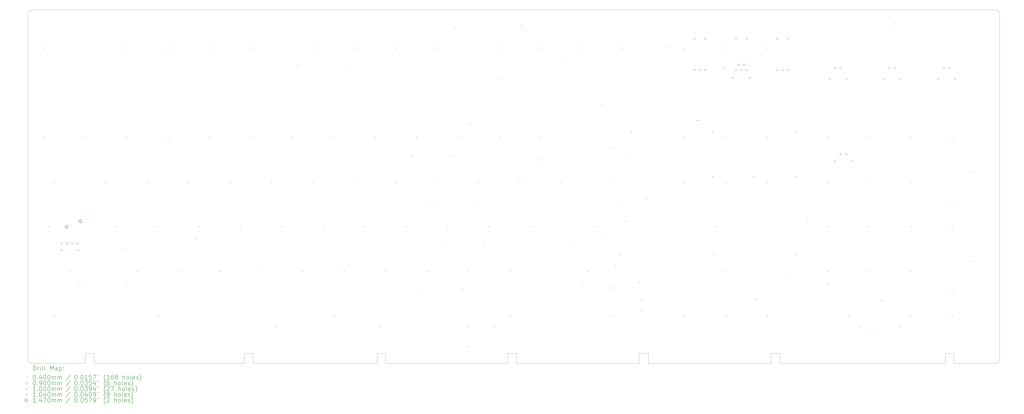
<source format=gbr>
%TF.GenerationSoftware,KiCad,Pcbnew,7.0.7*%
%TF.CreationDate,2023-09-16T21:05:03-07:00*%
%TF.ProjectId,pcb,7063622e-6b69-4636-9164-5f7063625858,rev?*%
%TF.SameCoordinates,Original*%
%TF.FileFunction,Drillmap*%
%TF.FilePolarity,Positive*%
%FSLAX45Y45*%
G04 Gerber Fmt 4.5, Leading zero omitted, Abs format (unit mm)*
G04 Created by KiCad (PCBNEW 7.0.7) date 2023-09-16 21:05:03*
%MOMM*%
%LPD*%
G01*
G04 APERTURE LIST*
%ADD10C,0.100000*%
%ADD11C,0.200000*%
%ADD12C,0.040000*%
%ADD13C,0.090000*%
%ADD14C,0.104000*%
%ADD15C,0.147000*%
G04 APERTURE END LIST*
D10*
X38862000Y-19405600D02*
X46482000Y-19405600D01*
X4470400Y-3124200D02*
G75*
G03*
X4267200Y-3327400I0J-203200D01*
G01*
X4267200Y-3327400D02*
X4267200Y-19202400D01*
X6908800Y-18948400D02*
X7315200Y-18948400D01*
X26746200Y-18948400D02*
X26746200Y-19405600D01*
X46482000Y-19405600D02*
X46482000Y-18948400D01*
X46482000Y-18948400D02*
X46863000Y-18948400D01*
X32385000Y-18948400D02*
X32816800Y-18948400D01*
X46863000Y-18948400D02*
X46863000Y-19405600D01*
X7315200Y-19405600D02*
X14224000Y-19405600D01*
X48768000Y-19405600D02*
G75*
G03*
X48971200Y-19202400I0J203200D01*
G01*
X32816800Y-19405600D02*
X38455600Y-19405600D01*
X14630400Y-19405600D02*
X20345400Y-19405600D01*
X26339800Y-19405600D02*
X26339800Y-18948400D01*
X38455600Y-19405600D02*
X38455600Y-18948400D01*
X32385000Y-19405600D02*
X32385000Y-18948400D01*
X6908800Y-19405600D02*
X6908800Y-18948400D01*
X48971200Y-19202400D02*
X48971200Y-3327400D01*
X7315200Y-18948400D02*
X7315200Y-19405600D01*
X20726400Y-19405600D02*
X26339800Y-19405600D01*
X14224000Y-18948400D02*
X14630400Y-18948400D01*
X38862000Y-18948400D02*
X38862000Y-19405600D01*
X38455600Y-18948400D02*
X38862000Y-18948400D01*
X48768000Y-3124200D02*
X4470400Y-3124200D01*
X46863000Y-19405600D02*
X48768000Y-19405600D01*
X4470400Y-19405600D02*
X6908800Y-19405600D01*
X26746200Y-19405600D02*
X32385000Y-19405600D01*
X14630400Y-18948400D02*
X14630400Y-19405600D01*
X14224000Y-19405600D02*
X14224000Y-18948400D01*
X4267200Y-19202400D02*
G75*
G03*
X4470400Y-19405600I203200J0D01*
G01*
X26339800Y-18948400D02*
X26746200Y-18948400D01*
X20345400Y-19405600D02*
X20345400Y-18948400D01*
X20726400Y-18948400D02*
X20726400Y-19405600D01*
X32816800Y-18948400D02*
X32816800Y-19405600D01*
X20345400Y-18948400D02*
X20726400Y-18948400D01*
X48971200Y-3327400D02*
G75*
G03*
X48768000Y-3124200I-203200J0D01*
G01*
D11*
D12*
X4983800Y-4856800D02*
X5023800Y-4896800D01*
X5023800Y-4856800D02*
X4983800Y-4896800D01*
X4983800Y-8971600D02*
X5023800Y-9011600D01*
X5023800Y-8971600D02*
X4983800Y-9011600D01*
X5212400Y-13086400D02*
X5252400Y-13126400D01*
X5252400Y-13086400D02*
X5212400Y-13126400D01*
X5466400Y-11029000D02*
X5506400Y-11069000D01*
X5506400Y-11029000D02*
X5466400Y-11069000D01*
X5466400Y-17201200D02*
X5506400Y-17241200D01*
X5506400Y-17201200D02*
X5466400Y-17241200D01*
X6177600Y-15143800D02*
X6217600Y-15183800D01*
X6217600Y-15143800D02*
X6177600Y-15183800D01*
X6634800Y-15651800D02*
X6674800Y-15691800D01*
X6674800Y-15651800D02*
X6634800Y-15691800D01*
X6888800Y-8971600D02*
X6928800Y-9011600D01*
X6928800Y-8971600D02*
X6888800Y-9011600D01*
X7828600Y-11029000D02*
X7868600Y-11069000D01*
X7868600Y-11029000D02*
X7828600Y-11069000D01*
X8311200Y-13086400D02*
X8351200Y-13126400D01*
X8351200Y-13086400D02*
X8311200Y-13126400D01*
X8717600Y-14122101D02*
X8757600Y-14162101D01*
X8757600Y-14122101D02*
X8717600Y-14162101D01*
X8793800Y-4856800D02*
X8833800Y-4896800D01*
X8833800Y-4856800D02*
X8793800Y-4896800D01*
X8793800Y-8971600D02*
X8833800Y-9011600D01*
X8833800Y-8971600D02*
X8793800Y-9011600D01*
X8793800Y-15651800D02*
X8833800Y-15691800D01*
X8833800Y-15651800D02*
X8793800Y-15691800D01*
X9276400Y-15143800D02*
X9316400Y-15183800D01*
X9316400Y-15143800D02*
X9276400Y-15183800D01*
X9733600Y-11029000D02*
X9773600Y-11069000D01*
X9773600Y-11029000D02*
X9733600Y-11069000D01*
X10216200Y-13086400D02*
X10256200Y-13126400D01*
X10256200Y-13086400D02*
X10216200Y-13126400D01*
X10241600Y-17201200D02*
X10281600Y-17241200D01*
X10281600Y-17201200D02*
X10241600Y-17241200D01*
X10698800Y-4856800D02*
X10738800Y-4896800D01*
X10738800Y-4856800D02*
X10698800Y-4896800D01*
X10698800Y-8971600D02*
X10738800Y-9011600D01*
X10738800Y-8971600D02*
X10698800Y-9011600D01*
X11181400Y-15143800D02*
X11221400Y-15183800D01*
X11221400Y-15143800D02*
X11181400Y-15183800D01*
X11638600Y-11029000D02*
X11678600Y-11069000D01*
X11678600Y-11029000D02*
X11638600Y-11069000D01*
X12019600Y-13645200D02*
X12059600Y-13685200D01*
X12059600Y-13645200D02*
X12019600Y-13685200D01*
X12121200Y-13086400D02*
X12161200Y-13126400D01*
X12161200Y-13086400D02*
X12121200Y-13126400D01*
X12603800Y-4856800D02*
X12643800Y-4896800D01*
X12643800Y-4856800D02*
X12603800Y-4896800D01*
X12603800Y-8971600D02*
X12643800Y-9011600D01*
X12643800Y-8971600D02*
X12603800Y-9011600D01*
X13086400Y-15143800D02*
X13126400Y-15183800D01*
X13126400Y-15143800D02*
X13086400Y-15183800D01*
X13543600Y-11029000D02*
X13583600Y-11069000D01*
X13583600Y-11029000D02*
X13543600Y-11069000D01*
X14026200Y-13086400D02*
X14066200Y-13126400D01*
X14066200Y-13086400D02*
X14026200Y-13126400D01*
X14508800Y-4856800D02*
X14548800Y-4896800D01*
X14548800Y-4856800D02*
X14508800Y-4896800D01*
X14508800Y-8971600D02*
X14548800Y-9011600D01*
X14548800Y-8971600D02*
X14508800Y-9011600D01*
X14991400Y-15143800D02*
X15031400Y-15183800D01*
X15031400Y-15143800D02*
X14991400Y-15183800D01*
X15448600Y-11029000D02*
X15488600Y-11069000D01*
X15488600Y-11029000D02*
X15448600Y-11069000D01*
X15702600Y-17709200D02*
X15742600Y-17749200D01*
X15742600Y-17709200D02*
X15702600Y-17749200D01*
X15931200Y-13086400D02*
X15971200Y-13126400D01*
X15971200Y-13086400D02*
X15931200Y-13126400D01*
X16413800Y-8971600D02*
X16453800Y-9011600D01*
X16453800Y-8971600D02*
X16413800Y-9011600D01*
X16669000Y-5693800D02*
X16709000Y-5733800D01*
X16709000Y-5693800D02*
X16669000Y-5733800D01*
X16896400Y-15143800D02*
X16936400Y-15183800D01*
X16936400Y-15143800D02*
X16896400Y-15183800D01*
X17379000Y-4856800D02*
X17419000Y-4896800D01*
X17419000Y-4856800D02*
X17379000Y-4896800D01*
X17379000Y-11029000D02*
X17419000Y-11069000D01*
X17419000Y-11029000D02*
X17379000Y-11069000D01*
X17836200Y-13086400D02*
X17876200Y-13126400D01*
X17876200Y-13086400D02*
X17836200Y-13126400D01*
X18318800Y-8971600D02*
X18358800Y-9011600D01*
X18358800Y-8971600D02*
X18318800Y-9011600D01*
X18318800Y-17201200D02*
X18358800Y-17241200D01*
X18358800Y-17201200D02*
X18318800Y-17241200D01*
X18801400Y-15143800D02*
X18841400Y-15183800D01*
X18841400Y-15143800D02*
X18801400Y-15183800D01*
X19030000Y-5695000D02*
X19070000Y-5735000D01*
X19070000Y-5695000D02*
X19030000Y-5735000D01*
X19284000Y-4856800D02*
X19324000Y-4896800D01*
X19324000Y-4856800D02*
X19284000Y-4896800D01*
X19284000Y-11029000D02*
X19324000Y-11069000D01*
X19324000Y-11029000D02*
X19284000Y-11069000D01*
X19766600Y-13086400D02*
X19806600Y-13126400D01*
X19806600Y-13086400D02*
X19766600Y-13126400D01*
X20223800Y-8971600D02*
X20263800Y-9011600D01*
X20263800Y-8971600D02*
X20223800Y-9011600D01*
X20452400Y-17709200D02*
X20492400Y-17749200D01*
X20492400Y-17709200D02*
X20452400Y-17749200D01*
X20706400Y-15143800D02*
X20746400Y-15183800D01*
X20746400Y-15143800D02*
X20706400Y-15183800D01*
X21163600Y-11029000D02*
X21203600Y-11069000D01*
X21203600Y-11029000D02*
X21163600Y-11069000D01*
X21189000Y-4856800D02*
X21229000Y-4896800D01*
X21229000Y-4856800D02*
X21189000Y-4896800D01*
X21646200Y-13086400D02*
X21686200Y-13126400D01*
X21686200Y-13086400D02*
X21646200Y-13126400D01*
X21900200Y-9807400D02*
X21940200Y-9847400D01*
X21940200Y-9807400D02*
X21900200Y-9847400D01*
X22128800Y-8971600D02*
X22168800Y-9011600D01*
X22168800Y-8971600D02*
X22128800Y-9011600D01*
X22356200Y-15980800D02*
X22396200Y-16020800D01*
X22396200Y-15980800D02*
X22356200Y-16020800D01*
X22611400Y-15143800D02*
X22651400Y-15183800D01*
X22651400Y-15143800D02*
X22611400Y-15183800D01*
X22838800Y-11866000D02*
X22878800Y-11906000D01*
X22878800Y-11866000D02*
X22838800Y-11906000D01*
X23068600Y-4856800D02*
X23108600Y-4896800D01*
X23108600Y-4856800D02*
X23068600Y-4896800D01*
X23068600Y-11029000D02*
X23108600Y-11069000D01*
X23108600Y-11029000D02*
X23068600Y-11069000D01*
X23321400Y-13923400D02*
X23361400Y-13963400D01*
X23361400Y-13923400D02*
X23321400Y-13963400D01*
X23551200Y-13086400D02*
X23591200Y-13126400D01*
X23591200Y-13086400D02*
X23551200Y-13126400D01*
X23805200Y-9809800D02*
X23845200Y-9849800D01*
X23845200Y-9809800D02*
X23805200Y-9849800D01*
X23871250Y-3977950D02*
X23911250Y-4017950D01*
X23911250Y-3977950D02*
X23871250Y-4017950D01*
X24033800Y-8971600D02*
X24073800Y-9011600D01*
X24073800Y-8971600D02*
X24033800Y-9011600D01*
X24262400Y-15982000D02*
X24302400Y-16022000D01*
X24302400Y-15982000D02*
X24262400Y-16022000D01*
X24465600Y-18610809D02*
X24505600Y-18650809D01*
X24505600Y-18610809D02*
X24465600Y-18650809D01*
X24516400Y-15143800D02*
X24556400Y-15183800D01*
X24556400Y-15143800D02*
X24516400Y-15183800D01*
X24516400Y-17709200D02*
X24556400Y-17749200D01*
X24556400Y-17709200D02*
X24516400Y-17749200D01*
X24566770Y-8336170D02*
X24606770Y-8376170D01*
X24606770Y-8336170D02*
X24566770Y-8376170D01*
X24745000Y-11867200D02*
X24785000Y-11907200D01*
X24785000Y-11867200D02*
X24745000Y-11907200D01*
X24973600Y-11029000D02*
X25013600Y-11069000D01*
X25013600Y-11029000D02*
X24973600Y-11069000D01*
X25227600Y-13924600D02*
X25267600Y-13964600D01*
X25267600Y-13924600D02*
X25227600Y-13964600D01*
X25456200Y-13086400D02*
X25496200Y-13126400D01*
X25496200Y-13086400D02*
X25456200Y-13126400D01*
X25697500Y-17671100D02*
X25737500Y-17711100D01*
X25737500Y-17671100D02*
X25697500Y-17711100D01*
X25888000Y-6253800D02*
X25928000Y-6293800D01*
X25928000Y-6253800D02*
X25888000Y-6293800D01*
X25938800Y-4856800D02*
X25978800Y-4896800D01*
X25978800Y-4856800D02*
X25938800Y-4896800D01*
X25938800Y-8971600D02*
X25978800Y-9011600D01*
X25978800Y-8971600D02*
X25938800Y-9011600D01*
X26421400Y-15143800D02*
X26461400Y-15183800D01*
X26461400Y-15143800D02*
X26421400Y-15183800D01*
X26421400Y-17201200D02*
X26461400Y-17241200D01*
X26461400Y-17201200D02*
X26421400Y-17241200D01*
X26878600Y-11029000D02*
X26918600Y-11069000D01*
X26918600Y-11029000D02*
X26878600Y-11069000D01*
X26954800Y-3815400D02*
X26994800Y-3855400D01*
X26994800Y-3815400D02*
X26954800Y-3855400D01*
X26956055Y-3916605D02*
X26996055Y-3956605D01*
X26996055Y-3916605D02*
X26956055Y-3956605D01*
X27361200Y-13086400D02*
X27401200Y-13126400D01*
X27401200Y-13086400D02*
X27361200Y-13126400D01*
X27771350Y-10007301D02*
X27811350Y-10047301D01*
X27811350Y-10007301D02*
X27771350Y-10047301D01*
X27843800Y-4856800D02*
X27883800Y-4896800D01*
X27883800Y-4856800D02*
X27843800Y-4896800D01*
X27843800Y-8971600D02*
X27883800Y-9011600D01*
X27883800Y-8971600D02*
X27843800Y-9011600D01*
X28783600Y-11029000D02*
X28823600Y-11069000D01*
X28823600Y-11029000D02*
X28783600Y-11069000D01*
X28961400Y-5491800D02*
X29001400Y-5531800D01*
X29001400Y-5491800D02*
X28961400Y-5531800D01*
X29399550Y-13852014D02*
X29439550Y-13892014D01*
X29439550Y-13852014D02*
X29399550Y-13892014D01*
X29748800Y-4856800D02*
X29788800Y-4896800D01*
X29788800Y-4856800D02*
X29748800Y-4896800D01*
X29748800Y-15651800D02*
X29788800Y-15691800D01*
X29788800Y-15651800D02*
X29748800Y-15691800D01*
X30002800Y-15143800D02*
X30042800Y-15183800D01*
X30042800Y-15143800D02*
X30002800Y-15183800D01*
X30460000Y-13086400D02*
X30500000Y-13126400D01*
X30500000Y-13086400D02*
X30460000Y-13126400D01*
X30637800Y-7447600D02*
X30677800Y-7487600D01*
X30677800Y-7447600D02*
X30637800Y-7487600D01*
X30688600Y-13594400D02*
X30728600Y-13634400D01*
X30728600Y-13594400D02*
X30688600Y-13634400D01*
X31066425Y-15908015D02*
X31106425Y-15948015D01*
X31106425Y-15908015D02*
X31066425Y-15948015D01*
X31171200Y-9479600D02*
X31211200Y-9519600D01*
X31211200Y-9479600D02*
X31171200Y-9519600D01*
X31171200Y-11029000D02*
X31211200Y-11069000D01*
X31211200Y-11029000D02*
X31171200Y-11069000D01*
X31171200Y-17201200D02*
X31211200Y-17241200D01*
X31211200Y-17201200D02*
X31171200Y-17241200D01*
X31282325Y-14892015D02*
X31322325Y-14932015D01*
X31322325Y-14892015D02*
X31282325Y-14932015D01*
X31425200Y-12070400D02*
X31465200Y-12110400D01*
X31465200Y-12070400D02*
X31425200Y-12110400D01*
X31526915Y-14391283D02*
X31566915Y-14431283D01*
X31566915Y-14391283D02*
X31526915Y-14431283D01*
X31653800Y-4856800D02*
X31693800Y-4896800D01*
X31693800Y-4856800D02*
X31653800Y-4896800D01*
X31758575Y-12836013D02*
X31798575Y-12876013D01*
X31798575Y-12836013D02*
X31758575Y-12876013D01*
X31780800Y-9740010D02*
X31820800Y-9780010D01*
X31820800Y-9740010D02*
X31780800Y-9780010D01*
X32009400Y-8717600D02*
X32049400Y-8757600D01*
X32049400Y-8717600D02*
X32009400Y-8757600D01*
X32365000Y-15651800D02*
X32405000Y-15691800D01*
X32405000Y-15651800D02*
X32365000Y-15691800D01*
X32472950Y-16948019D02*
X32512950Y-16988019D01*
X32512950Y-16948019D02*
X32472950Y-16988019D01*
X32492000Y-16474198D02*
X32532000Y-16514198D01*
X32532000Y-16474198D02*
X32492000Y-16514198D01*
X32711075Y-11808012D02*
X32751075Y-11848012D01*
X32751075Y-11808012D02*
X32711075Y-11848012D01*
X33762000Y-4780600D02*
X33802000Y-4820600D01*
X33802000Y-4780600D02*
X33762000Y-4820600D01*
X34447800Y-4882200D02*
X34487800Y-4922200D01*
X34487800Y-4882200D02*
X34447800Y-4922200D01*
X34447800Y-8971600D02*
X34487800Y-9011600D01*
X34487800Y-8971600D02*
X34447800Y-9011600D01*
X34447800Y-11029000D02*
X34487800Y-11069000D01*
X34487800Y-11029000D02*
X34447800Y-11069000D01*
X34447800Y-17201200D02*
X34487800Y-17241200D01*
X34487800Y-17201200D02*
X34447800Y-17241200D01*
X35006600Y-8184200D02*
X35046600Y-8224200D01*
X35046600Y-8184200D02*
X35006600Y-8224200D01*
X35117546Y-8187950D02*
X35157546Y-8227950D01*
X35157546Y-8187950D02*
X35117546Y-8227950D01*
X35742550Y-8724010D02*
X35782550Y-8764010D01*
X35782550Y-8724010D02*
X35742550Y-8764010D01*
X35742550Y-10780012D02*
X35782550Y-10820012D01*
X35782550Y-10780012D02*
X35742550Y-10820012D01*
X35794000Y-14346446D02*
X35834000Y-14386446D01*
X35834000Y-14346446D02*
X35794000Y-14386446D01*
X35895600Y-13070598D02*
X35935600Y-13110598D01*
X35935600Y-13070598D02*
X35895600Y-13110598D01*
X36235398Y-5796600D02*
X36275398Y-5836600D01*
X36275398Y-5796600D02*
X36235398Y-5836600D01*
X36280350Y-5695000D02*
X36320350Y-5735000D01*
X36320350Y-5695000D02*
X36280350Y-5735000D01*
X36352800Y-4856800D02*
X36392800Y-4896800D01*
X36392800Y-4856800D02*
X36352800Y-4896800D01*
X36352800Y-8971600D02*
X36392800Y-9011600D01*
X36392800Y-8971600D02*
X36352800Y-9011600D01*
X36352800Y-11029000D02*
X36392800Y-11069000D01*
X36392800Y-11029000D02*
X36352800Y-11069000D01*
X36352800Y-15143800D02*
X36392800Y-15183800D01*
X36392800Y-15143800D02*
X36352800Y-15183800D01*
X36352800Y-17201200D02*
X36392800Y-17241200D01*
X36392800Y-17201200D02*
X36352800Y-17241200D01*
X37647550Y-10780012D02*
X37687550Y-10820012D01*
X37687550Y-10780012D02*
X37647550Y-10820012D01*
X37724400Y-16417550D02*
X37764400Y-16457550D01*
X37764400Y-16417550D02*
X37724400Y-16457550D01*
X38257800Y-4856800D02*
X38297800Y-4896800D01*
X38297800Y-4856800D02*
X38257800Y-4896800D01*
X38257800Y-8971600D02*
X38297800Y-9011600D01*
X38297800Y-8971600D02*
X38257800Y-9011600D01*
X38257800Y-11029000D02*
X38297800Y-11069000D01*
X38297800Y-11029000D02*
X38257800Y-11069000D01*
X38257800Y-17201200D02*
X38297800Y-17241200D01*
X38297800Y-17201200D02*
X38257800Y-17241200D01*
X39146800Y-15270800D02*
X39186800Y-15310800D01*
X39186800Y-15270800D02*
X39146800Y-15310800D01*
X39552550Y-8724010D02*
X39592550Y-8764010D01*
X39592550Y-8724010D02*
X39552550Y-8764010D01*
X39552550Y-10780012D02*
X39592550Y-10820012D01*
X39592550Y-10780012D02*
X39552550Y-10820012D01*
X39553200Y-14391398D02*
X39593200Y-14431398D01*
X39593200Y-14391398D02*
X39553200Y-14431398D01*
X40112000Y-12857800D02*
X40152000Y-12897800D01*
X40152000Y-12857800D02*
X40112000Y-12897800D01*
X41051370Y-15703030D02*
X41091370Y-15743030D01*
X41091370Y-15703030D02*
X41051370Y-15743030D01*
X41051800Y-8971600D02*
X41091800Y-9011600D01*
X41091800Y-8971600D02*
X41051800Y-9011600D01*
X41051800Y-11029000D02*
X41091800Y-11069000D01*
X41091800Y-11029000D02*
X41051800Y-11069000D01*
X41051800Y-13086400D02*
X41091800Y-13126400D01*
X41091800Y-13086400D02*
X41051800Y-13126400D01*
X41051800Y-15143800D02*
X41091800Y-15183800D01*
X41091800Y-15143800D02*
X41051800Y-15183800D01*
X42017000Y-17201200D02*
X42057000Y-17241200D01*
X42057000Y-17201200D02*
X42017000Y-17241200D01*
X42474200Y-17709200D02*
X42514200Y-17749200D01*
X42514200Y-17709200D02*
X42474200Y-17749200D01*
X42956800Y-8971600D02*
X42996800Y-9011600D01*
X42996800Y-8971600D02*
X42956800Y-9011600D01*
X42956800Y-11029000D02*
X42996800Y-11069000D01*
X42996800Y-11029000D02*
X42956800Y-11069000D01*
X42956800Y-13086400D02*
X42996800Y-13126400D01*
X42996800Y-13086400D02*
X42956800Y-13126400D01*
X42956800Y-15143800D02*
X42996800Y-15183800D01*
X42996800Y-15143800D02*
X42956800Y-15183800D01*
X43082500Y-17964018D02*
X43122500Y-18004018D01*
X43122500Y-17964018D02*
X43082500Y-18004018D01*
X43541000Y-16495216D02*
X43581000Y-16535216D01*
X43581000Y-16495216D02*
X43541000Y-16535216D01*
X44125200Y-3742950D02*
X44165200Y-3782950D01*
X44165200Y-3742950D02*
X44125200Y-3782950D01*
X44379200Y-17709200D02*
X44419200Y-17749200D01*
X44419200Y-17709200D02*
X44379200Y-17749200D01*
X44861800Y-8971600D02*
X44901800Y-9011600D01*
X44901800Y-8971600D02*
X44861800Y-9011600D01*
X44861800Y-11029000D02*
X44901800Y-11069000D01*
X44901800Y-11029000D02*
X44861800Y-11069000D01*
X44861800Y-13086400D02*
X44901800Y-13126400D01*
X44901800Y-13086400D02*
X44861800Y-13126400D01*
X44861800Y-15143800D02*
X44901800Y-15183800D01*
X44901800Y-15143800D02*
X44861800Y-15183800D01*
X44861800Y-17201200D02*
X44901800Y-17241200D01*
X44901800Y-17201200D02*
X44861800Y-17241200D01*
X46766800Y-8971600D02*
X46806800Y-9011600D01*
X46806800Y-8971600D02*
X46766800Y-9011600D01*
X46766800Y-12070400D02*
X46806800Y-12110400D01*
X46806800Y-12070400D02*
X46766800Y-12110400D01*
X46766800Y-13086400D02*
X46806800Y-13126400D01*
X46806800Y-13086400D02*
X46766800Y-13126400D01*
X46766800Y-16185200D02*
X46806800Y-16225200D01*
X46806800Y-16185200D02*
X46766800Y-16225200D01*
X46766800Y-17201200D02*
X46806800Y-17241200D01*
X46806800Y-17201200D02*
X46766800Y-17241200D01*
X47732000Y-10571800D02*
X47772000Y-10611800D01*
X47772000Y-10571800D02*
X47732000Y-10611800D01*
X47732000Y-14686600D02*
X47772000Y-14726600D01*
X47772000Y-14686600D02*
X47732000Y-14726600D01*
D13*
X41451500Y-5788000D02*
G75*
G03*
X41451500Y-5788000I-45000J0D01*
G01*
X41705500Y-5788000D02*
G75*
G03*
X41705500Y-5788000I-45000J0D01*
G01*
X43942500Y-5790000D02*
G75*
G03*
X43942500Y-5790000I-45000J0D01*
G01*
X44196500Y-5790000D02*
G75*
G03*
X44196500Y-5790000I-45000J0D01*
G01*
X46448500Y-5790000D02*
G75*
G03*
X46448500Y-5790000I-45000J0D01*
G01*
X46702500Y-5790000D02*
G75*
G03*
X46702500Y-5790000I-45000J0D01*
G01*
D10*
X5807600Y-14148600D02*
X5807600Y-14248600D01*
X5757600Y-14198600D02*
X5857600Y-14198600D01*
X6587600Y-14148600D02*
X6587600Y-14248600D01*
X6537600Y-14198600D02*
X6637600Y-14198600D01*
X34928350Y-4390006D02*
X34928350Y-4490006D01*
X34878350Y-4440006D02*
X34978350Y-4440006D01*
X34928350Y-5840005D02*
X34928350Y-5940005D01*
X34878350Y-5890005D02*
X34978350Y-5890005D01*
X35178350Y-5840005D02*
X35178350Y-5940005D01*
X35128350Y-5890005D02*
X35228350Y-5890005D01*
X35428350Y-4390006D02*
X35428350Y-4490006D01*
X35378350Y-4440006D02*
X35478350Y-4440006D01*
X35428350Y-5840005D02*
X35428350Y-5940005D01*
X35378350Y-5890005D02*
X35478350Y-5890005D01*
X36693350Y-6198400D02*
X36693350Y-6298400D01*
X36643350Y-6248400D02*
X36743350Y-6248400D01*
X36833350Y-4390006D02*
X36833350Y-4490006D01*
X36783350Y-4440006D02*
X36883350Y-4440006D01*
X36833350Y-5840005D02*
X36833350Y-5940005D01*
X36783350Y-5890005D02*
X36883350Y-5890005D01*
X37083350Y-5840005D02*
X37083350Y-5940005D01*
X37033350Y-5890005D02*
X37133350Y-5890005D01*
X37333350Y-4390006D02*
X37333350Y-4490006D01*
X37283350Y-4440006D02*
X37383350Y-4440006D01*
X37333350Y-5840005D02*
X37333350Y-5940005D01*
X37283350Y-5890005D02*
X37383350Y-5890005D01*
X37473350Y-6198400D02*
X37473350Y-6298400D01*
X37423350Y-6248400D02*
X37523350Y-6248400D01*
X38738350Y-4390006D02*
X38738350Y-4490006D01*
X38688350Y-4440006D02*
X38788350Y-4440006D01*
X38738350Y-5840005D02*
X38738350Y-5940005D01*
X38688350Y-5890005D02*
X38788350Y-5890005D01*
X38988350Y-5840005D02*
X38988350Y-5940005D01*
X38938350Y-5890005D02*
X39038350Y-5890005D01*
X39238350Y-4390006D02*
X39238350Y-4490006D01*
X39188350Y-4440006D02*
X39288350Y-4440006D01*
X39238350Y-5840005D02*
X39238350Y-5940005D01*
X39188350Y-5890005D02*
X39288350Y-5890005D01*
X41144000Y-6249200D02*
X41144000Y-6349200D01*
X41094000Y-6299200D02*
X41194000Y-6299200D01*
X41391700Y-10033800D02*
X41391700Y-10133800D01*
X41341700Y-10083800D02*
X41441700Y-10083800D01*
X41924000Y-6249200D02*
X41924000Y-6349200D01*
X41874000Y-6299200D02*
X41974000Y-6299200D01*
X42171700Y-10033800D02*
X42171700Y-10133800D01*
X42121700Y-10083800D02*
X42221700Y-10083800D01*
X43635000Y-6249200D02*
X43635000Y-6349200D01*
X43585000Y-6299200D02*
X43685000Y-6299200D01*
X44415000Y-6249200D02*
X44415000Y-6349200D01*
X44365000Y-6299200D02*
X44465000Y-6299200D01*
X46141000Y-6249200D02*
X46141000Y-6349200D01*
X46091000Y-6299200D02*
X46191000Y-6299200D01*
X46921000Y-6249200D02*
X46921000Y-6349200D01*
X46871000Y-6299200D02*
X46971000Y-6299200D01*
D14*
X5862895Y-13908783D02*
X5862895Y-13835243D01*
X5789355Y-13835243D01*
X5789355Y-13908783D01*
X5862895Y-13908783D01*
X6116895Y-13908783D02*
X6116895Y-13835243D01*
X6043355Y-13835243D01*
X6043355Y-13908783D01*
X6116895Y-13908783D01*
X6339145Y-13908783D02*
X6339145Y-13835243D01*
X6265605Y-13835243D01*
X6265605Y-13908783D01*
X6339145Y-13908783D01*
X6593145Y-13908783D02*
X6593145Y-13835243D01*
X6519605Y-13835243D01*
X6519605Y-13908783D01*
X6593145Y-13908783D01*
X36993120Y-5684775D02*
X36993120Y-5611236D01*
X36919580Y-5611236D01*
X36919580Y-5684775D01*
X36993120Y-5684775D01*
X37247120Y-5684775D02*
X37247120Y-5611236D01*
X37173580Y-5611236D01*
X37173580Y-5684775D01*
X37247120Y-5684775D01*
X41691470Y-9796780D02*
X41691470Y-9723240D01*
X41617930Y-9723240D01*
X41617930Y-9796780D01*
X41691470Y-9796780D01*
X41945470Y-9796780D02*
X41945470Y-9723240D01*
X41871930Y-9723240D01*
X41871930Y-9796780D01*
X41945470Y-9796780D01*
D15*
X6048375Y-13183513D02*
X6121875Y-13110013D01*
X6048375Y-13036513D01*
X5974875Y-13110013D01*
X6048375Y-13183513D01*
X6683375Y-12929513D02*
X6756875Y-12856013D01*
X6683375Y-12782513D01*
X6609875Y-12856013D01*
X6683375Y-12929513D01*
D11*
X4522977Y-19722084D02*
X4522977Y-19522084D01*
X4522977Y-19522084D02*
X4570596Y-19522084D01*
X4570596Y-19522084D02*
X4599167Y-19531608D01*
X4599167Y-19531608D02*
X4618215Y-19550655D01*
X4618215Y-19550655D02*
X4627739Y-19569703D01*
X4627739Y-19569703D02*
X4637263Y-19607798D01*
X4637263Y-19607798D02*
X4637263Y-19636370D01*
X4637263Y-19636370D02*
X4627739Y-19674465D01*
X4627739Y-19674465D02*
X4618215Y-19693512D01*
X4618215Y-19693512D02*
X4599167Y-19712560D01*
X4599167Y-19712560D02*
X4570596Y-19722084D01*
X4570596Y-19722084D02*
X4522977Y-19722084D01*
X4722977Y-19722084D02*
X4722977Y-19588750D01*
X4722977Y-19626846D02*
X4732501Y-19607798D01*
X4732501Y-19607798D02*
X4742024Y-19598274D01*
X4742024Y-19598274D02*
X4761072Y-19588750D01*
X4761072Y-19588750D02*
X4780120Y-19588750D01*
X4846786Y-19722084D02*
X4846786Y-19588750D01*
X4846786Y-19522084D02*
X4837263Y-19531608D01*
X4837263Y-19531608D02*
X4846786Y-19541131D01*
X4846786Y-19541131D02*
X4856310Y-19531608D01*
X4856310Y-19531608D02*
X4846786Y-19522084D01*
X4846786Y-19522084D02*
X4846786Y-19541131D01*
X4970596Y-19722084D02*
X4951548Y-19712560D01*
X4951548Y-19712560D02*
X4942024Y-19693512D01*
X4942024Y-19693512D02*
X4942024Y-19522084D01*
X5075358Y-19722084D02*
X5056310Y-19712560D01*
X5056310Y-19712560D02*
X5046786Y-19693512D01*
X5046786Y-19693512D02*
X5046786Y-19522084D01*
X5303929Y-19722084D02*
X5303929Y-19522084D01*
X5303929Y-19522084D02*
X5370596Y-19664941D01*
X5370596Y-19664941D02*
X5437263Y-19522084D01*
X5437263Y-19522084D02*
X5437263Y-19722084D01*
X5618215Y-19722084D02*
X5618215Y-19617322D01*
X5618215Y-19617322D02*
X5608691Y-19598274D01*
X5608691Y-19598274D02*
X5589644Y-19588750D01*
X5589644Y-19588750D02*
X5551548Y-19588750D01*
X5551548Y-19588750D02*
X5532501Y-19598274D01*
X5618215Y-19712560D02*
X5599167Y-19722084D01*
X5599167Y-19722084D02*
X5551548Y-19722084D01*
X5551548Y-19722084D02*
X5532501Y-19712560D01*
X5532501Y-19712560D02*
X5522977Y-19693512D01*
X5522977Y-19693512D02*
X5522977Y-19674465D01*
X5522977Y-19674465D02*
X5532501Y-19655417D01*
X5532501Y-19655417D02*
X5551548Y-19645893D01*
X5551548Y-19645893D02*
X5599167Y-19645893D01*
X5599167Y-19645893D02*
X5618215Y-19636370D01*
X5713453Y-19588750D02*
X5713453Y-19788750D01*
X5713453Y-19598274D02*
X5732501Y-19588750D01*
X5732501Y-19588750D02*
X5770596Y-19588750D01*
X5770596Y-19588750D02*
X5789643Y-19598274D01*
X5789643Y-19598274D02*
X5799167Y-19607798D01*
X5799167Y-19607798D02*
X5808691Y-19626846D01*
X5808691Y-19626846D02*
X5808691Y-19683989D01*
X5808691Y-19683989D02*
X5799167Y-19703036D01*
X5799167Y-19703036D02*
X5789643Y-19712560D01*
X5789643Y-19712560D02*
X5770596Y-19722084D01*
X5770596Y-19722084D02*
X5732501Y-19722084D01*
X5732501Y-19722084D02*
X5713453Y-19712560D01*
X5894405Y-19703036D02*
X5903929Y-19712560D01*
X5903929Y-19712560D02*
X5894405Y-19722084D01*
X5894405Y-19722084D02*
X5884882Y-19712560D01*
X5884882Y-19712560D02*
X5894405Y-19703036D01*
X5894405Y-19703036D02*
X5894405Y-19722084D01*
X5894405Y-19598274D02*
X5903929Y-19607798D01*
X5903929Y-19607798D02*
X5894405Y-19617322D01*
X5894405Y-19617322D02*
X5884882Y-19607798D01*
X5884882Y-19607798D02*
X5894405Y-19598274D01*
X5894405Y-19598274D02*
X5894405Y-19617322D01*
D12*
X4222200Y-20030600D02*
X4262200Y-20070600D01*
X4262200Y-20030600D02*
X4222200Y-20070600D01*
D11*
X4561072Y-19942084D02*
X4580120Y-19942084D01*
X4580120Y-19942084D02*
X4599167Y-19951608D01*
X4599167Y-19951608D02*
X4608691Y-19961131D01*
X4608691Y-19961131D02*
X4618215Y-19980179D01*
X4618215Y-19980179D02*
X4627739Y-20018274D01*
X4627739Y-20018274D02*
X4627739Y-20065893D01*
X4627739Y-20065893D02*
X4618215Y-20103989D01*
X4618215Y-20103989D02*
X4608691Y-20123036D01*
X4608691Y-20123036D02*
X4599167Y-20132560D01*
X4599167Y-20132560D02*
X4580120Y-20142084D01*
X4580120Y-20142084D02*
X4561072Y-20142084D01*
X4561072Y-20142084D02*
X4542024Y-20132560D01*
X4542024Y-20132560D02*
X4532501Y-20123036D01*
X4532501Y-20123036D02*
X4522977Y-20103989D01*
X4522977Y-20103989D02*
X4513453Y-20065893D01*
X4513453Y-20065893D02*
X4513453Y-20018274D01*
X4513453Y-20018274D02*
X4522977Y-19980179D01*
X4522977Y-19980179D02*
X4532501Y-19961131D01*
X4532501Y-19961131D02*
X4542024Y-19951608D01*
X4542024Y-19951608D02*
X4561072Y-19942084D01*
X4713453Y-20123036D02*
X4722977Y-20132560D01*
X4722977Y-20132560D02*
X4713453Y-20142084D01*
X4713453Y-20142084D02*
X4703929Y-20132560D01*
X4703929Y-20132560D02*
X4713453Y-20123036D01*
X4713453Y-20123036D02*
X4713453Y-20142084D01*
X4894405Y-20008750D02*
X4894405Y-20142084D01*
X4846786Y-19932560D02*
X4799167Y-20075417D01*
X4799167Y-20075417D02*
X4922977Y-20075417D01*
X5037263Y-19942084D02*
X5056310Y-19942084D01*
X5056310Y-19942084D02*
X5075358Y-19951608D01*
X5075358Y-19951608D02*
X5084882Y-19961131D01*
X5084882Y-19961131D02*
X5094405Y-19980179D01*
X5094405Y-19980179D02*
X5103929Y-20018274D01*
X5103929Y-20018274D02*
X5103929Y-20065893D01*
X5103929Y-20065893D02*
X5094405Y-20103989D01*
X5094405Y-20103989D02*
X5084882Y-20123036D01*
X5084882Y-20123036D02*
X5075358Y-20132560D01*
X5075358Y-20132560D02*
X5056310Y-20142084D01*
X5056310Y-20142084D02*
X5037263Y-20142084D01*
X5037263Y-20142084D02*
X5018215Y-20132560D01*
X5018215Y-20132560D02*
X5008691Y-20123036D01*
X5008691Y-20123036D02*
X4999167Y-20103989D01*
X4999167Y-20103989D02*
X4989644Y-20065893D01*
X4989644Y-20065893D02*
X4989644Y-20018274D01*
X4989644Y-20018274D02*
X4999167Y-19980179D01*
X4999167Y-19980179D02*
X5008691Y-19961131D01*
X5008691Y-19961131D02*
X5018215Y-19951608D01*
X5018215Y-19951608D02*
X5037263Y-19942084D01*
X5227739Y-19942084D02*
X5246786Y-19942084D01*
X5246786Y-19942084D02*
X5265834Y-19951608D01*
X5265834Y-19951608D02*
X5275358Y-19961131D01*
X5275358Y-19961131D02*
X5284882Y-19980179D01*
X5284882Y-19980179D02*
X5294405Y-20018274D01*
X5294405Y-20018274D02*
X5294405Y-20065893D01*
X5294405Y-20065893D02*
X5284882Y-20103989D01*
X5284882Y-20103989D02*
X5275358Y-20123036D01*
X5275358Y-20123036D02*
X5265834Y-20132560D01*
X5265834Y-20132560D02*
X5246786Y-20142084D01*
X5246786Y-20142084D02*
X5227739Y-20142084D01*
X5227739Y-20142084D02*
X5208691Y-20132560D01*
X5208691Y-20132560D02*
X5199167Y-20123036D01*
X5199167Y-20123036D02*
X5189644Y-20103989D01*
X5189644Y-20103989D02*
X5180120Y-20065893D01*
X5180120Y-20065893D02*
X5180120Y-20018274D01*
X5180120Y-20018274D02*
X5189644Y-19980179D01*
X5189644Y-19980179D02*
X5199167Y-19961131D01*
X5199167Y-19961131D02*
X5208691Y-19951608D01*
X5208691Y-19951608D02*
X5227739Y-19942084D01*
X5380120Y-20142084D02*
X5380120Y-20008750D01*
X5380120Y-20027798D02*
X5389644Y-20018274D01*
X5389644Y-20018274D02*
X5408691Y-20008750D01*
X5408691Y-20008750D02*
X5437263Y-20008750D01*
X5437263Y-20008750D02*
X5456310Y-20018274D01*
X5456310Y-20018274D02*
X5465834Y-20037322D01*
X5465834Y-20037322D02*
X5465834Y-20142084D01*
X5465834Y-20037322D02*
X5475358Y-20018274D01*
X5475358Y-20018274D02*
X5494405Y-20008750D01*
X5494405Y-20008750D02*
X5522977Y-20008750D01*
X5522977Y-20008750D02*
X5542025Y-20018274D01*
X5542025Y-20018274D02*
X5551548Y-20037322D01*
X5551548Y-20037322D02*
X5551548Y-20142084D01*
X5646786Y-20142084D02*
X5646786Y-20008750D01*
X5646786Y-20027798D02*
X5656310Y-20018274D01*
X5656310Y-20018274D02*
X5675358Y-20008750D01*
X5675358Y-20008750D02*
X5703929Y-20008750D01*
X5703929Y-20008750D02*
X5722977Y-20018274D01*
X5722977Y-20018274D02*
X5732501Y-20037322D01*
X5732501Y-20037322D02*
X5732501Y-20142084D01*
X5732501Y-20037322D02*
X5742024Y-20018274D01*
X5742024Y-20018274D02*
X5761072Y-20008750D01*
X5761072Y-20008750D02*
X5789643Y-20008750D01*
X5789643Y-20008750D02*
X5808691Y-20018274D01*
X5808691Y-20018274D02*
X5818215Y-20037322D01*
X5818215Y-20037322D02*
X5818215Y-20142084D01*
X6208691Y-19932560D02*
X6037263Y-20189703D01*
X6465834Y-19942084D02*
X6484882Y-19942084D01*
X6484882Y-19942084D02*
X6503929Y-19951608D01*
X6503929Y-19951608D02*
X6513453Y-19961131D01*
X6513453Y-19961131D02*
X6522977Y-19980179D01*
X6522977Y-19980179D02*
X6532501Y-20018274D01*
X6532501Y-20018274D02*
X6532501Y-20065893D01*
X6532501Y-20065893D02*
X6522977Y-20103989D01*
X6522977Y-20103989D02*
X6513453Y-20123036D01*
X6513453Y-20123036D02*
X6503929Y-20132560D01*
X6503929Y-20132560D02*
X6484882Y-20142084D01*
X6484882Y-20142084D02*
X6465834Y-20142084D01*
X6465834Y-20142084D02*
X6446786Y-20132560D01*
X6446786Y-20132560D02*
X6437263Y-20123036D01*
X6437263Y-20123036D02*
X6427739Y-20103989D01*
X6427739Y-20103989D02*
X6418215Y-20065893D01*
X6418215Y-20065893D02*
X6418215Y-20018274D01*
X6418215Y-20018274D02*
X6427739Y-19980179D01*
X6427739Y-19980179D02*
X6437263Y-19961131D01*
X6437263Y-19961131D02*
X6446786Y-19951608D01*
X6446786Y-19951608D02*
X6465834Y-19942084D01*
X6618215Y-20123036D02*
X6627739Y-20132560D01*
X6627739Y-20132560D02*
X6618215Y-20142084D01*
X6618215Y-20142084D02*
X6608691Y-20132560D01*
X6608691Y-20132560D02*
X6618215Y-20123036D01*
X6618215Y-20123036D02*
X6618215Y-20142084D01*
X6751548Y-19942084D02*
X6770596Y-19942084D01*
X6770596Y-19942084D02*
X6789644Y-19951608D01*
X6789644Y-19951608D02*
X6799167Y-19961131D01*
X6799167Y-19961131D02*
X6808691Y-19980179D01*
X6808691Y-19980179D02*
X6818215Y-20018274D01*
X6818215Y-20018274D02*
X6818215Y-20065893D01*
X6818215Y-20065893D02*
X6808691Y-20103989D01*
X6808691Y-20103989D02*
X6799167Y-20123036D01*
X6799167Y-20123036D02*
X6789644Y-20132560D01*
X6789644Y-20132560D02*
X6770596Y-20142084D01*
X6770596Y-20142084D02*
X6751548Y-20142084D01*
X6751548Y-20142084D02*
X6732501Y-20132560D01*
X6732501Y-20132560D02*
X6722977Y-20123036D01*
X6722977Y-20123036D02*
X6713453Y-20103989D01*
X6713453Y-20103989D02*
X6703929Y-20065893D01*
X6703929Y-20065893D02*
X6703929Y-20018274D01*
X6703929Y-20018274D02*
X6713453Y-19980179D01*
X6713453Y-19980179D02*
X6722977Y-19961131D01*
X6722977Y-19961131D02*
X6732501Y-19951608D01*
X6732501Y-19951608D02*
X6751548Y-19942084D01*
X7008691Y-20142084D02*
X6894406Y-20142084D01*
X6951548Y-20142084D02*
X6951548Y-19942084D01*
X6951548Y-19942084D02*
X6932501Y-19970655D01*
X6932501Y-19970655D02*
X6913453Y-19989703D01*
X6913453Y-19989703D02*
X6894406Y-19999227D01*
X7189644Y-19942084D02*
X7094406Y-19942084D01*
X7094406Y-19942084D02*
X7084882Y-20037322D01*
X7084882Y-20037322D02*
X7094406Y-20027798D01*
X7094406Y-20027798D02*
X7113453Y-20018274D01*
X7113453Y-20018274D02*
X7161072Y-20018274D01*
X7161072Y-20018274D02*
X7180120Y-20027798D01*
X7180120Y-20027798D02*
X7189644Y-20037322D01*
X7189644Y-20037322D02*
X7199167Y-20056370D01*
X7199167Y-20056370D02*
X7199167Y-20103989D01*
X7199167Y-20103989D02*
X7189644Y-20123036D01*
X7189644Y-20123036D02*
X7180120Y-20132560D01*
X7180120Y-20132560D02*
X7161072Y-20142084D01*
X7161072Y-20142084D02*
X7113453Y-20142084D01*
X7113453Y-20142084D02*
X7094406Y-20132560D01*
X7094406Y-20132560D02*
X7084882Y-20123036D01*
X7265834Y-19942084D02*
X7399167Y-19942084D01*
X7399167Y-19942084D02*
X7313453Y-20142084D01*
X7465834Y-19942084D02*
X7465834Y-19980179D01*
X7542025Y-19942084D02*
X7542025Y-19980179D01*
X7837263Y-20218274D02*
X7827739Y-20208750D01*
X7827739Y-20208750D02*
X7808691Y-20180179D01*
X7808691Y-20180179D02*
X7799168Y-20161131D01*
X7799168Y-20161131D02*
X7789644Y-20132560D01*
X7789644Y-20132560D02*
X7780120Y-20084941D01*
X7780120Y-20084941D02*
X7780120Y-20046846D01*
X7780120Y-20046846D02*
X7789644Y-19999227D01*
X7789644Y-19999227D02*
X7799168Y-19970655D01*
X7799168Y-19970655D02*
X7808691Y-19951608D01*
X7808691Y-19951608D02*
X7827739Y-19923036D01*
X7827739Y-19923036D02*
X7837263Y-19913512D01*
X8018215Y-20142084D02*
X7903929Y-20142084D01*
X7961072Y-20142084D02*
X7961072Y-19942084D01*
X7961072Y-19942084D02*
X7942025Y-19970655D01*
X7942025Y-19970655D02*
X7922977Y-19989703D01*
X7922977Y-19989703D02*
X7903929Y-19999227D01*
X8189644Y-19942084D02*
X8151548Y-19942084D01*
X8151548Y-19942084D02*
X8132501Y-19951608D01*
X8132501Y-19951608D02*
X8122977Y-19961131D01*
X8122977Y-19961131D02*
X8103929Y-19989703D01*
X8103929Y-19989703D02*
X8094406Y-20027798D01*
X8094406Y-20027798D02*
X8094406Y-20103989D01*
X8094406Y-20103989D02*
X8103929Y-20123036D01*
X8103929Y-20123036D02*
X8113453Y-20132560D01*
X8113453Y-20132560D02*
X8132501Y-20142084D01*
X8132501Y-20142084D02*
X8170596Y-20142084D01*
X8170596Y-20142084D02*
X8189644Y-20132560D01*
X8189644Y-20132560D02*
X8199168Y-20123036D01*
X8199168Y-20123036D02*
X8208691Y-20103989D01*
X8208691Y-20103989D02*
X8208691Y-20056370D01*
X8208691Y-20056370D02*
X8199168Y-20037322D01*
X8199168Y-20037322D02*
X8189644Y-20027798D01*
X8189644Y-20027798D02*
X8170596Y-20018274D01*
X8170596Y-20018274D02*
X8132501Y-20018274D01*
X8132501Y-20018274D02*
X8113453Y-20027798D01*
X8113453Y-20027798D02*
X8103929Y-20037322D01*
X8103929Y-20037322D02*
X8094406Y-20056370D01*
X8322977Y-20027798D02*
X8303929Y-20018274D01*
X8303929Y-20018274D02*
X8294406Y-20008750D01*
X8294406Y-20008750D02*
X8284882Y-19989703D01*
X8284882Y-19989703D02*
X8284882Y-19980179D01*
X8284882Y-19980179D02*
X8294406Y-19961131D01*
X8294406Y-19961131D02*
X8303929Y-19951608D01*
X8303929Y-19951608D02*
X8322977Y-19942084D01*
X8322977Y-19942084D02*
X8361072Y-19942084D01*
X8361072Y-19942084D02*
X8380120Y-19951608D01*
X8380120Y-19951608D02*
X8389644Y-19961131D01*
X8389644Y-19961131D02*
X8399168Y-19980179D01*
X8399168Y-19980179D02*
X8399168Y-19989703D01*
X8399168Y-19989703D02*
X8389644Y-20008750D01*
X8389644Y-20008750D02*
X8380120Y-20018274D01*
X8380120Y-20018274D02*
X8361072Y-20027798D01*
X8361072Y-20027798D02*
X8322977Y-20027798D01*
X8322977Y-20027798D02*
X8303929Y-20037322D01*
X8303929Y-20037322D02*
X8294406Y-20046846D01*
X8294406Y-20046846D02*
X8284882Y-20065893D01*
X8284882Y-20065893D02*
X8284882Y-20103989D01*
X8284882Y-20103989D02*
X8294406Y-20123036D01*
X8294406Y-20123036D02*
X8303929Y-20132560D01*
X8303929Y-20132560D02*
X8322977Y-20142084D01*
X8322977Y-20142084D02*
X8361072Y-20142084D01*
X8361072Y-20142084D02*
X8380120Y-20132560D01*
X8380120Y-20132560D02*
X8389644Y-20123036D01*
X8389644Y-20123036D02*
X8399168Y-20103989D01*
X8399168Y-20103989D02*
X8399168Y-20065893D01*
X8399168Y-20065893D02*
X8389644Y-20046846D01*
X8389644Y-20046846D02*
X8380120Y-20037322D01*
X8380120Y-20037322D02*
X8361072Y-20027798D01*
X8637263Y-20142084D02*
X8637263Y-19942084D01*
X8722977Y-20142084D02*
X8722977Y-20037322D01*
X8722977Y-20037322D02*
X8713453Y-20018274D01*
X8713453Y-20018274D02*
X8694406Y-20008750D01*
X8694406Y-20008750D02*
X8665834Y-20008750D01*
X8665834Y-20008750D02*
X8646787Y-20018274D01*
X8646787Y-20018274D02*
X8637263Y-20027798D01*
X8846787Y-20142084D02*
X8827739Y-20132560D01*
X8827739Y-20132560D02*
X8818215Y-20123036D01*
X8818215Y-20123036D02*
X8808692Y-20103989D01*
X8808692Y-20103989D02*
X8808692Y-20046846D01*
X8808692Y-20046846D02*
X8818215Y-20027798D01*
X8818215Y-20027798D02*
X8827739Y-20018274D01*
X8827739Y-20018274D02*
X8846787Y-20008750D01*
X8846787Y-20008750D02*
X8875358Y-20008750D01*
X8875358Y-20008750D02*
X8894406Y-20018274D01*
X8894406Y-20018274D02*
X8903930Y-20027798D01*
X8903930Y-20027798D02*
X8913453Y-20046846D01*
X8913453Y-20046846D02*
X8913453Y-20103989D01*
X8913453Y-20103989D02*
X8903930Y-20123036D01*
X8903930Y-20123036D02*
X8894406Y-20132560D01*
X8894406Y-20132560D02*
X8875358Y-20142084D01*
X8875358Y-20142084D02*
X8846787Y-20142084D01*
X9027739Y-20142084D02*
X9008692Y-20132560D01*
X9008692Y-20132560D02*
X8999168Y-20113512D01*
X8999168Y-20113512D02*
X8999168Y-19942084D01*
X9180120Y-20132560D02*
X9161073Y-20142084D01*
X9161073Y-20142084D02*
X9122977Y-20142084D01*
X9122977Y-20142084D02*
X9103930Y-20132560D01*
X9103930Y-20132560D02*
X9094406Y-20113512D01*
X9094406Y-20113512D02*
X9094406Y-20037322D01*
X9094406Y-20037322D02*
X9103930Y-20018274D01*
X9103930Y-20018274D02*
X9122977Y-20008750D01*
X9122977Y-20008750D02*
X9161073Y-20008750D01*
X9161073Y-20008750D02*
X9180120Y-20018274D01*
X9180120Y-20018274D02*
X9189644Y-20037322D01*
X9189644Y-20037322D02*
X9189644Y-20056370D01*
X9189644Y-20056370D02*
X9094406Y-20075417D01*
X9265834Y-20132560D02*
X9284882Y-20142084D01*
X9284882Y-20142084D02*
X9322977Y-20142084D01*
X9322977Y-20142084D02*
X9342025Y-20132560D01*
X9342025Y-20132560D02*
X9351549Y-20113512D01*
X9351549Y-20113512D02*
X9351549Y-20103989D01*
X9351549Y-20103989D02*
X9342025Y-20084941D01*
X9342025Y-20084941D02*
X9322977Y-20075417D01*
X9322977Y-20075417D02*
X9294406Y-20075417D01*
X9294406Y-20075417D02*
X9275358Y-20065893D01*
X9275358Y-20065893D02*
X9265834Y-20046846D01*
X9265834Y-20046846D02*
X9265834Y-20037322D01*
X9265834Y-20037322D02*
X9275358Y-20018274D01*
X9275358Y-20018274D02*
X9294406Y-20008750D01*
X9294406Y-20008750D02*
X9322977Y-20008750D01*
X9322977Y-20008750D02*
X9342025Y-20018274D01*
X9418215Y-20218274D02*
X9427739Y-20208750D01*
X9427739Y-20208750D02*
X9446787Y-20180179D01*
X9446787Y-20180179D02*
X9456311Y-20161131D01*
X9456311Y-20161131D02*
X9465834Y-20132560D01*
X9465834Y-20132560D02*
X9475358Y-20084941D01*
X9475358Y-20084941D02*
X9475358Y-20046846D01*
X9475358Y-20046846D02*
X9465834Y-19999227D01*
X9465834Y-19999227D02*
X9456311Y-19970655D01*
X9456311Y-19970655D02*
X9446787Y-19951608D01*
X9446787Y-19951608D02*
X9427739Y-19923036D01*
X9427739Y-19923036D02*
X9418215Y-19913512D01*
D13*
X4262200Y-20314600D02*
G75*
G03*
X4262200Y-20314600I-45000J0D01*
G01*
D11*
X4561072Y-20206084D02*
X4580120Y-20206084D01*
X4580120Y-20206084D02*
X4599167Y-20215608D01*
X4599167Y-20215608D02*
X4608691Y-20225131D01*
X4608691Y-20225131D02*
X4618215Y-20244179D01*
X4618215Y-20244179D02*
X4627739Y-20282274D01*
X4627739Y-20282274D02*
X4627739Y-20329893D01*
X4627739Y-20329893D02*
X4618215Y-20367989D01*
X4618215Y-20367989D02*
X4608691Y-20387036D01*
X4608691Y-20387036D02*
X4599167Y-20396560D01*
X4599167Y-20396560D02*
X4580120Y-20406084D01*
X4580120Y-20406084D02*
X4561072Y-20406084D01*
X4561072Y-20406084D02*
X4542024Y-20396560D01*
X4542024Y-20396560D02*
X4532501Y-20387036D01*
X4532501Y-20387036D02*
X4522977Y-20367989D01*
X4522977Y-20367989D02*
X4513453Y-20329893D01*
X4513453Y-20329893D02*
X4513453Y-20282274D01*
X4513453Y-20282274D02*
X4522977Y-20244179D01*
X4522977Y-20244179D02*
X4532501Y-20225131D01*
X4532501Y-20225131D02*
X4542024Y-20215608D01*
X4542024Y-20215608D02*
X4561072Y-20206084D01*
X4713453Y-20387036D02*
X4722977Y-20396560D01*
X4722977Y-20396560D02*
X4713453Y-20406084D01*
X4713453Y-20406084D02*
X4703929Y-20396560D01*
X4703929Y-20396560D02*
X4713453Y-20387036D01*
X4713453Y-20387036D02*
X4713453Y-20406084D01*
X4818215Y-20406084D02*
X4856310Y-20406084D01*
X4856310Y-20406084D02*
X4875358Y-20396560D01*
X4875358Y-20396560D02*
X4884882Y-20387036D01*
X4884882Y-20387036D02*
X4903929Y-20358465D01*
X4903929Y-20358465D02*
X4913453Y-20320370D01*
X4913453Y-20320370D02*
X4913453Y-20244179D01*
X4913453Y-20244179D02*
X4903929Y-20225131D01*
X4903929Y-20225131D02*
X4894405Y-20215608D01*
X4894405Y-20215608D02*
X4875358Y-20206084D01*
X4875358Y-20206084D02*
X4837263Y-20206084D01*
X4837263Y-20206084D02*
X4818215Y-20215608D01*
X4818215Y-20215608D02*
X4808691Y-20225131D01*
X4808691Y-20225131D02*
X4799167Y-20244179D01*
X4799167Y-20244179D02*
X4799167Y-20291798D01*
X4799167Y-20291798D02*
X4808691Y-20310846D01*
X4808691Y-20310846D02*
X4818215Y-20320370D01*
X4818215Y-20320370D02*
X4837263Y-20329893D01*
X4837263Y-20329893D02*
X4875358Y-20329893D01*
X4875358Y-20329893D02*
X4894405Y-20320370D01*
X4894405Y-20320370D02*
X4903929Y-20310846D01*
X4903929Y-20310846D02*
X4913453Y-20291798D01*
X5037263Y-20206084D02*
X5056310Y-20206084D01*
X5056310Y-20206084D02*
X5075358Y-20215608D01*
X5075358Y-20215608D02*
X5084882Y-20225131D01*
X5084882Y-20225131D02*
X5094405Y-20244179D01*
X5094405Y-20244179D02*
X5103929Y-20282274D01*
X5103929Y-20282274D02*
X5103929Y-20329893D01*
X5103929Y-20329893D02*
X5094405Y-20367989D01*
X5094405Y-20367989D02*
X5084882Y-20387036D01*
X5084882Y-20387036D02*
X5075358Y-20396560D01*
X5075358Y-20396560D02*
X5056310Y-20406084D01*
X5056310Y-20406084D02*
X5037263Y-20406084D01*
X5037263Y-20406084D02*
X5018215Y-20396560D01*
X5018215Y-20396560D02*
X5008691Y-20387036D01*
X5008691Y-20387036D02*
X4999167Y-20367989D01*
X4999167Y-20367989D02*
X4989644Y-20329893D01*
X4989644Y-20329893D02*
X4989644Y-20282274D01*
X4989644Y-20282274D02*
X4999167Y-20244179D01*
X4999167Y-20244179D02*
X5008691Y-20225131D01*
X5008691Y-20225131D02*
X5018215Y-20215608D01*
X5018215Y-20215608D02*
X5037263Y-20206084D01*
X5227739Y-20206084D02*
X5246786Y-20206084D01*
X5246786Y-20206084D02*
X5265834Y-20215608D01*
X5265834Y-20215608D02*
X5275358Y-20225131D01*
X5275358Y-20225131D02*
X5284882Y-20244179D01*
X5284882Y-20244179D02*
X5294405Y-20282274D01*
X5294405Y-20282274D02*
X5294405Y-20329893D01*
X5294405Y-20329893D02*
X5284882Y-20367989D01*
X5284882Y-20367989D02*
X5275358Y-20387036D01*
X5275358Y-20387036D02*
X5265834Y-20396560D01*
X5265834Y-20396560D02*
X5246786Y-20406084D01*
X5246786Y-20406084D02*
X5227739Y-20406084D01*
X5227739Y-20406084D02*
X5208691Y-20396560D01*
X5208691Y-20396560D02*
X5199167Y-20387036D01*
X5199167Y-20387036D02*
X5189644Y-20367989D01*
X5189644Y-20367989D02*
X5180120Y-20329893D01*
X5180120Y-20329893D02*
X5180120Y-20282274D01*
X5180120Y-20282274D02*
X5189644Y-20244179D01*
X5189644Y-20244179D02*
X5199167Y-20225131D01*
X5199167Y-20225131D02*
X5208691Y-20215608D01*
X5208691Y-20215608D02*
X5227739Y-20206084D01*
X5380120Y-20406084D02*
X5380120Y-20272750D01*
X5380120Y-20291798D02*
X5389644Y-20282274D01*
X5389644Y-20282274D02*
X5408691Y-20272750D01*
X5408691Y-20272750D02*
X5437263Y-20272750D01*
X5437263Y-20272750D02*
X5456310Y-20282274D01*
X5456310Y-20282274D02*
X5465834Y-20301322D01*
X5465834Y-20301322D02*
X5465834Y-20406084D01*
X5465834Y-20301322D02*
X5475358Y-20282274D01*
X5475358Y-20282274D02*
X5494405Y-20272750D01*
X5494405Y-20272750D02*
X5522977Y-20272750D01*
X5522977Y-20272750D02*
X5542025Y-20282274D01*
X5542025Y-20282274D02*
X5551548Y-20301322D01*
X5551548Y-20301322D02*
X5551548Y-20406084D01*
X5646786Y-20406084D02*
X5646786Y-20272750D01*
X5646786Y-20291798D02*
X5656310Y-20282274D01*
X5656310Y-20282274D02*
X5675358Y-20272750D01*
X5675358Y-20272750D02*
X5703929Y-20272750D01*
X5703929Y-20272750D02*
X5722977Y-20282274D01*
X5722977Y-20282274D02*
X5732501Y-20301322D01*
X5732501Y-20301322D02*
X5732501Y-20406084D01*
X5732501Y-20301322D02*
X5742024Y-20282274D01*
X5742024Y-20282274D02*
X5761072Y-20272750D01*
X5761072Y-20272750D02*
X5789643Y-20272750D01*
X5789643Y-20272750D02*
X5808691Y-20282274D01*
X5808691Y-20282274D02*
X5818215Y-20301322D01*
X5818215Y-20301322D02*
X5818215Y-20406084D01*
X6208691Y-20196560D02*
X6037263Y-20453703D01*
X6465834Y-20206084D02*
X6484882Y-20206084D01*
X6484882Y-20206084D02*
X6503929Y-20215608D01*
X6503929Y-20215608D02*
X6513453Y-20225131D01*
X6513453Y-20225131D02*
X6522977Y-20244179D01*
X6522977Y-20244179D02*
X6532501Y-20282274D01*
X6532501Y-20282274D02*
X6532501Y-20329893D01*
X6532501Y-20329893D02*
X6522977Y-20367989D01*
X6522977Y-20367989D02*
X6513453Y-20387036D01*
X6513453Y-20387036D02*
X6503929Y-20396560D01*
X6503929Y-20396560D02*
X6484882Y-20406084D01*
X6484882Y-20406084D02*
X6465834Y-20406084D01*
X6465834Y-20406084D02*
X6446786Y-20396560D01*
X6446786Y-20396560D02*
X6437263Y-20387036D01*
X6437263Y-20387036D02*
X6427739Y-20367989D01*
X6427739Y-20367989D02*
X6418215Y-20329893D01*
X6418215Y-20329893D02*
X6418215Y-20282274D01*
X6418215Y-20282274D02*
X6427739Y-20244179D01*
X6427739Y-20244179D02*
X6437263Y-20225131D01*
X6437263Y-20225131D02*
X6446786Y-20215608D01*
X6446786Y-20215608D02*
X6465834Y-20206084D01*
X6618215Y-20387036D02*
X6627739Y-20396560D01*
X6627739Y-20396560D02*
X6618215Y-20406084D01*
X6618215Y-20406084D02*
X6608691Y-20396560D01*
X6608691Y-20396560D02*
X6618215Y-20387036D01*
X6618215Y-20387036D02*
X6618215Y-20406084D01*
X6751548Y-20206084D02*
X6770596Y-20206084D01*
X6770596Y-20206084D02*
X6789644Y-20215608D01*
X6789644Y-20215608D02*
X6799167Y-20225131D01*
X6799167Y-20225131D02*
X6808691Y-20244179D01*
X6808691Y-20244179D02*
X6818215Y-20282274D01*
X6818215Y-20282274D02*
X6818215Y-20329893D01*
X6818215Y-20329893D02*
X6808691Y-20367989D01*
X6808691Y-20367989D02*
X6799167Y-20387036D01*
X6799167Y-20387036D02*
X6789644Y-20396560D01*
X6789644Y-20396560D02*
X6770596Y-20406084D01*
X6770596Y-20406084D02*
X6751548Y-20406084D01*
X6751548Y-20406084D02*
X6732501Y-20396560D01*
X6732501Y-20396560D02*
X6722977Y-20387036D01*
X6722977Y-20387036D02*
X6713453Y-20367989D01*
X6713453Y-20367989D02*
X6703929Y-20329893D01*
X6703929Y-20329893D02*
X6703929Y-20282274D01*
X6703929Y-20282274D02*
X6713453Y-20244179D01*
X6713453Y-20244179D02*
X6722977Y-20225131D01*
X6722977Y-20225131D02*
X6732501Y-20215608D01*
X6732501Y-20215608D02*
X6751548Y-20206084D01*
X6884882Y-20206084D02*
X7008691Y-20206084D01*
X7008691Y-20206084D02*
X6942025Y-20282274D01*
X6942025Y-20282274D02*
X6970596Y-20282274D01*
X6970596Y-20282274D02*
X6989644Y-20291798D01*
X6989644Y-20291798D02*
X6999167Y-20301322D01*
X6999167Y-20301322D02*
X7008691Y-20320370D01*
X7008691Y-20320370D02*
X7008691Y-20367989D01*
X7008691Y-20367989D02*
X6999167Y-20387036D01*
X6999167Y-20387036D02*
X6989644Y-20396560D01*
X6989644Y-20396560D02*
X6970596Y-20406084D01*
X6970596Y-20406084D02*
X6913453Y-20406084D01*
X6913453Y-20406084D02*
X6894406Y-20396560D01*
X6894406Y-20396560D02*
X6884882Y-20387036D01*
X7189644Y-20206084D02*
X7094406Y-20206084D01*
X7094406Y-20206084D02*
X7084882Y-20301322D01*
X7084882Y-20301322D02*
X7094406Y-20291798D01*
X7094406Y-20291798D02*
X7113453Y-20282274D01*
X7113453Y-20282274D02*
X7161072Y-20282274D01*
X7161072Y-20282274D02*
X7180120Y-20291798D01*
X7180120Y-20291798D02*
X7189644Y-20301322D01*
X7189644Y-20301322D02*
X7199167Y-20320370D01*
X7199167Y-20320370D02*
X7199167Y-20367989D01*
X7199167Y-20367989D02*
X7189644Y-20387036D01*
X7189644Y-20387036D02*
X7180120Y-20396560D01*
X7180120Y-20396560D02*
X7161072Y-20406084D01*
X7161072Y-20406084D02*
X7113453Y-20406084D01*
X7113453Y-20406084D02*
X7094406Y-20396560D01*
X7094406Y-20396560D02*
X7084882Y-20387036D01*
X7370596Y-20272750D02*
X7370596Y-20406084D01*
X7322977Y-20196560D02*
X7275358Y-20339417D01*
X7275358Y-20339417D02*
X7399167Y-20339417D01*
X7465834Y-20206084D02*
X7465834Y-20244179D01*
X7542025Y-20206084D02*
X7542025Y-20244179D01*
X7837263Y-20482274D02*
X7827739Y-20472750D01*
X7827739Y-20472750D02*
X7808691Y-20444179D01*
X7808691Y-20444179D02*
X7799168Y-20425131D01*
X7799168Y-20425131D02*
X7789644Y-20396560D01*
X7789644Y-20396560D02*
X7780120Y-20348941D01*
X7780120Y-20348941D02*
X7780120Y-20310846D01*
X7780120Y-20310846D02*
X7789644Y-20263227D01*
X7789644Y-20263227D02*
X7799168Y-20234655D01*
X7799168Y-20234655D02*
X7808691Y-20215608D01*
X7808691Y-20215608D02*
X7827739Y-20187036D01*
X7827739Y-20187036D02*
X7837263Y-20177512D01*
X7999168Y-20206084D02*
X7961072Y-20206084D01*
X7961072Y-20206084D02*
X7942025Y-20215608D01*
X7942025Y-20215608D02*
X7932501Y-20225131D01*
X7932501Y-20225131D02*
X7913453Y-20253703D01*
X7913453Y-20253703D02*
X7903929Y-20291798D01*
X7903929Y-20291798D02*
X7903929Y-20367989D01*
X7903929Y-20367989D02*
X7913453Y-20387036D01*
X7913453Y-20387036D02*
X7922977Y-20396560D01*
X7922977Y-20396560D02*
X7942025Y-20406084D01*
X7942025Y-20406084D02*
X7980120Y-20406084D01*
X7980120Y-20406084D02*
X7999168Y-20396560D01*
X7999168Y-20396560D02*
X8008691Y-20387036D01*
X8008691Y-20387036D02*
X8018215Y-20367989D01*
X8018215Y-20367989D02*
X8018215Y-20320370D01*
X8018215Y-20320370D02*
X8008691Y-20301322D01*
X8008691Y-20301322D02*
X7999168Y-20291798D01*
X7999168Y-20291798D02*
X7980120Y-20282274D01*
X7980120Y-20282274D02*
X7942025Y-20282274D01*
X7942025Y-20282274D02*
X7922977Y-20291798D01*
X7922977Y-20291798D02*
X7913453Y-20301322D01*
X7913453Y-20301322D02*
X7903929Y-20320370D01*
X8256310Y-20406084D02*
X8256310Y-20206084D01*
X8342025Y-20406084D02*
X8342025Y-20301322D01*
X8342025Y-20301322D02*
X8332501Y-20282274D01*
X8332501Y-20282274D02*
X8313453Y-20272750D01*
X8313453Y-20272750D02*
X8284882Y-20272750D01*
X8284882Y-20272750D02*
X8265834Y-20282274D01*
X8265834Y-20282274D02*
X8256310Y-20291798D01*
X8465834Y-20406084D02*
X8446787Y-20396560D01*
X8446787Y-20396560D02*
X8437263Y-20387036D01*
X8437263Y-20387036D02*
X8427739Y-20367989D01*
X8427739Y-20367989D02*
X8427739Y-20310846D01*
X8427739Y-20310846D02*
X8437263Y-20291798D01*
X8437263Y-20291798D02*
X8446787Y-20282274D01*
X8446787Y-20282274D02*
X8465834Y-20272750D01*
X8465834Y-20272750D02*
X8494406Y-20272750D01*
X8494406Y-20272750D02*
X8513453Y-20282274D01*
X8513453Y-20282274D02*
X8522977Y-20291798D01*
X8522977Y-20291798D02*
X8532501Y-20310846D01*
X8532501Y-20310846D02*
X8532501Y-20367989D01*
X8532501Y-20367989D02*
X8522977Y-20387036D01*
X8522977Y-20387036D02*
X8513453Y-20396560D01*
X8513453Y-20396560D02*
X8494406Y-20406084D01*
X8494406Y-20406084D02*
X8465834Y-20406084D01*
X8646787Y-20406084D02*
X8627739Y-20396560D01*
X8627739Y-20396560D02*
X8618215Y-20377512D01*
X8618215Y-20377512D02*
X8618215Y-20206084D01*
X8799168Y-20396560D02*
X8780120Y-20406084D01*
X8780120Y-20406084D02*
X8742025Y-20406084D01*
X8742025Y-20406084D02*
X8722977Y-20396560D01*
X8722977Y-20396560D02*
X8713453Y-20377512D01*
X8713453Y-20377512D02*
X8713453Y-20301322D01*
X8713453Y-20301322D02*
X8722977Y-20282274D01*
X8722977Y-20282274D02*
X8742025Y-20272750D01*
X8742025Y-20272750D02*
X8780120Y-20272750D01*
X8780120Y-20272750D02*
X8799168Y-20282274D01*
X8799168Y-20282274D02*
X8808692Y-20301322D01*
X8808692Y-20301322D02*
X8808692Y-20320370D01*
X8808692Y-20320370D02*
X8713453Y-20339417D01*
X8884882Y-20396560D02*
X8903930Y-20406084D01*
X8903930Y-20406084D02*
X8942025Y-20406084D01*
X8942025Y-20406084D02*
X8961073Y-20396560D01*
X8961073Y-20396560D02*
X8970596Y-20377512D01*
X8970596Y-20377512D02*
X8970596Y-20367989D01*
X8970596Y-20367989D02*
X8961073Y-20348941D01*
X8961073Y-20348941D02*
X8942025Y-20339417D01*
X8942025Y-20339417D02*
X8913453Y-20339417D01*
X8913453Y-20339417D02*
X8894406Y-20329893D01*
X8894406Y-20329893D02*
X8884882Y-20310846D01*
X8884882Y-20310846D02*
X8884882Y-20301322D01*
X8884882Y-20301322D02*
X8894406Y-20282274D01*
X8894406Y-20282274D02*
X8913453Y-20272750D01*
X8913453Y-20272750D02*
X8942025Y-20272750D01*
X8942025Y-20272750D02*
X8961073Y-20282274D01*
X9037263Y-20482274D02*
X9046787Y-20472750D01*
X9046787Y-20472750D02*
X9065834Y-20444179D01*
X9065834Y-20444179D02*
X9075358Y-20425131D01*
X9075358Y-20425131D02*
X9084882Y-20396560D01*
X9084882Y-20396560D02*
X9094406Y-20348941D01*
X9094406Y-20348941D02*
X9094406Y-20310846D01*
X9094406Y-20310846D02*
X9084882Y-20263227D01*
X9084882Y-20263227D02*
X9075358Y-20234655D01*
X9075358Y-20234655D02*
X9065834Y-20215608D01*
X9065834Y-20215608D02*
X9046787Y-20187036D01*
X9046787Y-20187036D02*
X9037263Y-20177512D01*
D10*
X4212200Y-20528600D02*
X4212200Y-20628600D01*
X4162200Y-20578600D02*
X4262200Y-20578600D01*
D11*
X4627739Y-20670084D02*
X4513453Y-20670084D01*
X4570596Y-20670084D02*
X4570596Y-20470084D01*
X4570596Y-20470084D02*
X4551548Y-20498655D01*
X4551548Y-20498655D02*
X4532501Y-20517703D01*
X4532501Y-20517703D02*
X4513453Y-20527227D01*
X4713453Y-20651036D02*
X4722977Y-20660560D01*
X4722977Y-20660560D02*
X4713453Y-20670084D01*
X4713453Y-20670084D02*
X4703929Y-20660560D01*
X4703929Y-20660560D02*
X4713453Y-20651036D01*
X4713453Y-20651036D02*
X4713453Y-20670084D01*
X4846786Y-20470084D02*
X4865834Y-20470084D01*
X4865834Y-20470084D02*
X4884882Y-20479608D01*
X4884882Y-20479608D02*
X4894405Y-20489131D01*
X4894405Y-20489131D02*
X4903929Y-20508179D01*
X4903929Y-20508179D02*
X4913453Y-20546274D01*
X4913453Y-20546274D02*
X4913453Y-20593893D01*
X4913453Y-20593893D02*
X4903929Y-20631989D01*
X4903929Y-20631989D02*
X4894405Y-20651036D01*
X4894405Y-20651036D02*
X4884882Y-20660560D01*
X4884882Y-20660560D02*
X4865834Y-20670084D01*
X4865834Y-20670084D02*
X4846786Y-20670084D01*
X4846786Y-20670084D02*
X4827739Y-20660560D01*
X4827739Y-20660560D02*
X4818215Y-20651036D01*
X4818215Y-20651036D02*
X4808691Y-20631989D01*
X4808691Y-20631989D02*
X4799167Y-20593893D01*
X4799167Y-20593893D02*
X4799167Y-20546274D01*
X4799167Y-20546274D02*
X4808691Y-20508179D01*
X4808691Y-20508179D02*
X4818215Y-20489131D01*
X4818215Y-20489131D02*
X4827739Y-20479608D01*
X4827739Y-20479608D02*
X4846786Y-20470084D01*
X5037263Y-20470084D02*
X5056310Y-20470084D01*
X5056310Y-20470084D02*
X5075358Y-20479608D01*
X5075358Y-20479608D02*
X5084882Y-20489131D01*
X5084882Y-20489131D02*
X5094405Y-20508179D01*
X5094405Y-20508179D02*
X5103929Y-20546274D01*
X5103929Y-20546274D02*
X5103929Y-20593893D01*
X5103929Y-20593893D02*
X5094405Y-20631989D01*
X5094405Y-20631989D02*
X5084882Y-20651036D01*
X5084882Y-20651036D02*
X5075358Y-20660560D01*
X5075358Y-20660560D02*
X5056310Y-20670084D01*
X5056310Y-20670084D02*
X5037263Y-20670084D01*
X5037263Y-20670084D02*
X5018215Y-20660560D01*
X5018215Y-20660560D02*
X5008691Y-20651036D01*
X5008691Y-20651036D02*
X4999167Y-20631989D01*
X4999167Y-20631989D02*
X4989644Y-20593893D01*
X4989644Y-20593893D02*
X4989644Y-20546274D01*
X4989644Y-20546274D02*
X4999167Y-20508179D01*
X4999167Y-20508179D02*
X5008691Y-20489131D01*
X5008691Y-20489131D02*
X5018215Y-20479608D01*
X5018215Y-20479608D02*
X5037263Y-20470084D01*
X5227739Y-20470084D02*
X5246786Y-20470084D01*
X5246786Y-20470084D02*
X5265834Y-20479608D01*
X5265834Y-20479608D02*
X5275358Y-20489131D01*
X5275358Y-20489131D02*
X5284882Y-20508179D01*
X5284882Y-20508179D02*
X5294405Y-20546274D01*
X5294405Y-20546274D02*
X5294405Y-20593893D01*
X5294405Y-20593893D02*
X5284882Y-20631989D01*
X5284882Y-20631989D02*
X5275358Y-20651036D01*
X5275358Y-20651036D02*
X5265834Y-20660560D01*
X5265834Y-20660560D02*
X5246786Y-20670084D01*
X5246786Y-20670084D02*
X5227739Y-20670084D01*
X5227739Y-20670084D02*
X5208691Y-20660560D01*
X5208691Y-20660560D02*
X5199167Y-20651036D01*
X5199167Y-20651036D02*
X5189644Y-20631989D01*
X5189644Y-20631989D02*
X5180120Y-20593893D01*
X5180120Y-20593893D02*
X5180120Y-20546274D01*
X5180120Y-20546274D02*
X5189644Y-20508179D01*
X5189644Y-20508179D02*
X5199167Y-20489131D01*
X5199167Y-20489131D02*
X5208691Y-20479608D01*
X5208691Y-20479608D02*
X5227739Y-20470084D01*
X5380120Y-20670084D02*
X5380120Y-20536750D01*
X5380120Y-20555798D02*
X5389644Y-20546274D01*
X5389644Y-20546274D02*
X5408691Y-20536750D01*
X5408691Y-20536750D02*
X5437263Y-20536750D01*
X5437263Y-20536750D02*
X5456310Y-20546274D01*
X5456310Y-20546274D02*
X5465834Y-20565322D01*
X5465834Y-20565322D02*
X5465834Y-20670084D01*
X5465834Y-20565322D02*
X5475358Y-20546274D01*
X5475358Y-20546274D02*
X5494405Y-20536750D01*
X5494405Y-20536750D02*
X5522977Y-20536750D01*
X5522977Y-20536750D02*
X5542025Y-20546274D01*
X5542025Y-20546274D02*
X5551548Y-20565322D01*
X5551548Y-20565322D02*
X5551548Y-20670084D01*
X5646786Y-20670084D02*
X5646786Y-20536750D01*
X5646786Y-20555798D02*
X5656310Y-20546274D01*
X5656310Y-20546274D02*
X5675358Y-20536750D01*
X5675358Y-20536750D02*
X5703929Y-20536750D01*
X5703929Y-20536750D02*
X5722977Y-20546274D01*
X5722977Y-20546274D02*
X5732501Y-20565322D01*
X5732501Y-20565322D02*
X5732501Y-20670084D01*
X5732501Y-20565322D02*
X5742024Y-20546274D01*
X5742024Y-20546274D02*
X5761072Y-20536750D01*
X5761072Y-20536750D02*
X5789643Y-20536750D01*
X5789643Y-20536750D02*
X5808691Y-20546274D01*
X5808691Y-20546274D02*
X5818215Y-20565322D01*
X5818215Y-20565322D02*
X5818215Y-20670084D01*
X6208691Y-20460560D02*
X6037263Y-20717703D01*
X6465834Y-20470084D02*
X6484882Y-20470084D01*
X6484882Y-20470084D02*
X6503929Y-20479608D01*
X6503929Y-20479608D02*
X6513453Y-20489131D01*
X6513453Y-20489131D02*
X6522977Y-20508179D01*
X6522977Y-20508179D02*
X6532501Y-20546274D01*
X6532501Y-20546274D02*
X6532501Y-20593893D01*
X6532501Y-20593893D02*
X6522977Y-20631989D01*
X6522977Y-20631989D02*
X6513453Y-20651036D01*
X6513453Y-20651036D02*
X6503929Y-20660560D01*
X6503929Y-20660560D02*
X6484882Y-20670084D01*
X6484882Y-20670084D02*
X6465834Y-20670084D01*
X6465834Y-20670084D02*
X6446786Y-20660560D01*
X6446786Y-20660560D02*
X6437263Y-20651036D01*
X6437263Y-20651036D02*
X6427739Y-20631989D01*
X6427739Y-20631989D02*
X6418215Y-20593893D01*
X6418215Y-20593893D02*
X6418215Y-20546274D01*
X6418215Y-20546274D02*
X6427739Y-20508179D01*
X6427739Y-20508179D02*
X6437263Y-20489131D01*
X6437263Y-20489131D02*
X6446786Y-20479608D01*
X6446786Y-20479608D02*
X6465834Y-20470084D01*
X6618215Y-20651036D02*
X6627739Y-20660560D01*
X6627739Y-20660560D02*
X6618215Y-20670084D01*
X6618215Y-20670084D02*
X6608691Y-20660560D01*
X6608691Y-20660560D02*
X6618215Y-20651036D01*
X6618215Y-20651036D02*
X6618215Y-20670084D01*
X6751548Y-20470084D02*
X6770596Y-20470084D01*
X6770596Y-20470084D02*
X6789644Y-20479608D01*
X6789644Y-20479608D02*
X6799167Y-20489131D01*
X6799167Y-20489131D02*
X6808691Y-20508179D01*
X6808691Y-20508179D02*
X6818215Y-20546274D01*
X6818215Y-20546274D02*
X6818215Y-20593893D01*
X6818215Y-20593893D02*
X6808691Y-20631989D01*
X6808691Y-20631989D02*
X6799167Y-20651036D01*
X6799167Y-20651036D02*
X6789644Y-20660560D01*
X6789644Y-20660560D02*
X6770596Y-20670084D01*
X6770596Y-20670084D02*
X6751548Y-20670084D01*
X6751548Y-20670084D02*
X6732501Y-20660560D01*
X6732501Y-20660560D02*
X6722977Y-20651036D01*
X6722977Y-20651036D02*
X6713453Y-20631989D01*
X6713453Y-20631989D02*
X6703929Y-20593893D01*
X6703929Y-20593893D02*
X6703929Y-20546274D01*
X6703929Y-20546274D02*
X6713453Y-20508179D01*
X6713453Y-20508179D02*
X6722977Y-20489131D01*
X6722977Y-20489131D02*
X6732501Y-20479608D01*
X6732501Y-20479608D02*
X6751548Y-20470084D01*
X6884882Y-20470084D02*
X7008691Y-20470084D01*
X7008691Y-20470084D02*
X6942025Y-20546274D01*
X6942025Y-20546274D02*
X6970596Y-20546274D01*
X6970596Y-20546274D02*
X6989644Y-20555798D01*
X6989644Y-20555798D02*
X6999167Y-20565322D01*
X6999167Y-20565322D02*
X7008691Y-20584370D01*
X7008691Y-20584370D02*
X7008691Y-20631989D01*
X7008691Y-20631989D02*
X6999167Y-20651036D01*
X6999167Y-20651036D02*
X6989644Y-20660560D01*
X6989644Y-20660560D02*
X6970596Y-20670084D01*
X6970596Y-20670084D02*
X6913453Y-20670084D01*
X6913453Y-20670084D02*
X6894406Y-20660560D01*
X6894406Y-20660560D02*
X6884882Y-20651036D01*
X7103929Y-20670084D02*
X7142025Y-20670084D01*
X7142025Y-20670084D02*
X7161072Y-20660560D01*
X7161072Y-20660560D02*
X7170596Y-20651036D01*
X7170596Y-20651036D02*
X7189644Y-20622465D01*
X7189644Y-20622465D02*
X7199167Y-20584370D01*
X7199167Y-20584370D02*
X7199167Y-20508179D01*
X7199167Y-20508179D02*
X7189644Y-20489131D01*
X7189644Y-20489131D02*
X7180120Y-20479608D01*
X7180120Y-20479608D02*
X7161072Y-20470084D01*
X7161072Y-20470084D02*
X7122977Y-20470084D01*
X7122977Y-20470084D02*
X7103929Y-20479608D01*
X7103929Y-20479608D02*
X7094406Y-20489131D01*
X7094406Y-20489131D02*
X7084882Y-20508179D01*
X7084882Y-20508179D02*
X7084882Y-20555798D01*
X7084882Y-20555798D02*
X7094406Y-20574846D01*
X7094406Y-20574846D02*
X7103929Y-20584370D01*
X7103929Y-20584370D02*
X7122977Y-20593893D01*
X7122977Y-20593893D02*
X7161072Y-20593893D01*
X7161072Y-20593893D02*
X7180120Y-20584370D01*
X7180120Y-20584370D02*
X7189644Y-20574846D01*
X7189644Y-20574846D02*
X7199167Y-20555798D01*
X7370596Y-20536750D02*
X7370596Y-20670084D01*
X7322977Y-20460560D02*
X7275358Y-20603417D01*
X7275358Y-20603417D02*
X7399167Y-20603417D01*
X7465834Y-20470084D02*
X7465834Y-20508179D01*
X7542025Y-20470084D02*
X7542025Y-20508179D01*
X7837263Y-20746274D02*
X7827739Y-20736750D01*
X7827739Y-20736750D02*
X7808691Y-20708179D01*
X7808691Y-20708179D02*
X7799168Y-20689131D01*
X7799168Y-20689131D02*
X7789644Y-20660560D01*
X7789644Y-20660560D02*
X7780120Y-20612941D01*
X7780120Y-20612941D02*
X7780120Y-20574846D01*
X7780120Y-20574846D02*
X7789644Y-20527227D01*
X7789644Y-20527227D02*
X7799168Y-20498655D01*
X7799168Y-20498655D02*
X7808691Y-20479608D01*
X7808691Y-20479608D02*
X7827739Y-20451036D01*
X7827739Y-20451036D02*
X7837263Y-20441512D01*
X7903929Y-20489131D02*
X7913453Y-20479608D01*
X7913453Y-20479608D02*
X7932501Y-20470084D01*
X7932501Y-20470084D02*
X7980120Y-20470084D01*
X7980120Y-20470084D02*
X7999168Y-20479608D01*
X7999168Y-20479608D02*
X8008691Y-20489131D01*
X8008691Y-20489131D02*
X8018215Y-20508179D01*
X8018215Y-20508179D02*
X8018215Y-20527227D01*
X8018215Y-20527227D02*
X8008691Y-20555798D01*
X8008691Y-20555798D02*
X7894406Y-20670084D01*
X7894406Y-20670084D02*
X8018215Y-20670084D01*
X8084882Y-20470084D02*
X8218215Y-20470084D01*
X8218215Y-20470084D02*
X8132501Y-20670084D01*
X8446787Y-20670084D02*
X8446787Y-20470084D01*
X8532501Y-20670084D02*
X8532501Y-20565322D01*
X8532501Y-20565322D02*
X8522977Y-20546274D01*
X8522977Y-20546274D02*
X8503930Y-20536750D01*
X8503930Y-20536750D02*
X8475358Y-20536750D01*
X8475358Y-20536750D02*
X8456311Y-20546274D01*
X8456311Y-20546274D02*
X8446787Y-20555798D01*
X8656311Y-20670084D02*
X8637263Y-20660560D01*
X8637263Y-20660560D02*
X8627739Y-20651036D01*
X8627739Y-20651036D02*
X8618215Y-20631989D01*
X8618215Y-20631989D02*
X8618215Y-20574846D01*
X8618215Y-20574846D02*
X8627739Y-20555798D01*
X8627739Y-20555798D02*
X8637263Y-20546274D01*
X8637263Y-20546274D02*
X8656311Y-20536750D01*
X8656311Y-20536750D02*
X8684882Y-20536750D01*
X8684882Y-20536750D02*
X8703930Y-20546274D01*
X8703930Y-20546274D02*
X8713453Y-20555798D01*
X8713453Y-20555798D02*
X8722977Y-20574846D01*
X8722977Y-20574846D02*
X8722977Y-20631989D01*
X8722977Y-20631989D02*
X8713453Y-20651036D01*
X8713453Y-20651036D02*
X8703930Y-20660560D01*
X8703930Y-20660560D02*
X8684882Y-20670084D01*
X8684882Y-20670084D02*
X8656311Y-20670084D01*
X8837263Y-20670084D02*
X8818215Y-20660560D01*
X8818215Y-20660560D02*
X8808692Y-20641512D01*
X8808692Y-20641512D02*
X8808692Y-20470084D01*
X8989644Y-20660560D02*
X8970596Y-20670084D01*
X8970596Y-20670084D02*
X8932501Y-20670084D01*
X8932501Y-20670084D02*
X8913453Y-20660560D01*
X8913453Y-20660560D02*
X8903930Y-20641512D01*
X8903930Y-20641512D02*
X8903930Y-20565322D01*
X8903930Y-20565322D02*
X8913453Y-20546274D01*
X8913453Y-20546274D02*
X8932501Y-20536750D01*
X8932501Y-20536750D02*
X8970596Y-20536750D01*
X8970596Y-20536750D02*
X8989644Y-20546274D01*
X8989644Y-20546274D02*
X8999168Y-20565322D01*
X8999168Y-20565322D02*
X8999168Y-20584370D01*
X8999168Y-20584370D02*
X8903930Y-20603417D01*
X9075358Y-20660560D02*
X9094406Y-20670084D01*
X9094406Y-20670084D02*
X9132501Y-20670084D01*
X9132501Y-20670084D02*
X9151549Y-20660560D01*
X9151549Y-20660560D02*
X9161073Y-20641512D01*
X9161073Y-20641512D02*
X9161073Y-20631989D01*
X9161073Y-20631989D02*
X9151549Y-20612941D01*
X9151549Y-20612941D02*
X9132501Y-20603417D01*
X9132501Y-20603417D02*
X9103930Y-20603417D01*
X9103930Y-20603417D02*
X9084882Y-20593893D01*
X9084882Y-20593893D02*
X9075358Y-20574846D01*
X9075358Y-20574846D02*
X9075358Y-20565322D01*
X9075358Y-20565322D02*
X9084882Y-20546274D01*
X9084882Y-20546274D02*
X9103930Y-20536750D01*
X9103930Y-20536750D02*
X9132501Y-20536750D01*
X9132501Y-20536750D02*
X9151549Y-20546274D01*
X9227739Y-20746274D02*
X9237263Y-20736750D01*
X9237263Y-20736750D02*
X9256311Y-20708179D01*
X9256311Y-20708179D02*
X9265834Y-20689131D01*
X9265834Y-20689131D02*
X9275358Y-20660560D01*
X9275358Y-20660560D02*
X9284882Y-20612941D01*
X9284882Y-20612941D02*
X9284882Y-20574846D01*
X9284882Y-20574846D02*
X9275358Y-20527227D01*
X9275358Y-20527227D02*
X9265834Y-20498655D01*
X9265834Y-20498655D02*
X9256311Y-20479608D01*
X9256311Y-20479608D02*
X9237263Y-20451036D01*
X9237263Y-20451036D02*
X9227739Y-20441512D01*
D14*
X4246970Y-20879370D02*
X4246970Y-20805830D01*
X4173430Y-20805830D01*
X4173430Y-20879370D01*
X4246970Y-20879370D01*
D11*
X4627739Y-20934084D02*
X4513453Y-20934084D01*
X4570596Y-20934084D02*
X4570596Y-20734084D01*
X4570596Y-20734084D02*
X4551548Y-20762655D01*
X4551548Y-20762655D02*
X4532501Y-20781703D01*
X4532501Y-20781703D02*
X4513453Y-20791227D01*
X4713453Y-20915036D02*
X4722977Y-20924560D01*
X4722977Y-20924560D02*
X4713453Y-20934084D01*
X4713453Y-20934084D02*
X4703929Y-20924560D01*
X4703929Y-20924560D02*
X4713453Y-20915036D01*
X4713453Y-20915036D02*
X4713453Y-20934084D01*
X4846786Y-20734084D02*
X4865834Y-20734084D01*
X4865834Y-20734084D02*
X4884882Y-20743608D01*
X4884882Y-20743608D02*
X4894405Y-20753131D01*
X4894405Y-20753131D02*
X4903929Y-20772179D01*
X4903929Y-20772179D02*
X4913453Y-20810274D01*
X4913453Y-20810274D02*
X4913453Y-20857893D01*
X4913453Y-20857893D02*
X4903929Y-20895989D01*
X4903929Y-20895989D02*
X4894405Y-20915036D01*
X4894405Y-20915036D02*
X4884882Y-20924560D01*
X4884882Y-20924560D02*
X4865834Y-20934084D01*
X4865834Y-20934084D02*
X4846786Y-20934084D01*
X4846786Y-20934084D02*
X4827739Y-20924560D01*
X4827739Y-20924560D02*
X4818215Y-20915036D01*
X4818215Y-20915036D02*
X4808691Y-20895989D01*
X4808691Y-20895989D02*
X4799167Y-20857893D01*
X4799167Y-20857893D02*
X4799167Y-20810274D01*
X4799167Y-20810274D02*
X4808691Y-20772179D01*
X4808691Y-20772179D02*
X4818215Y-20753131D01*
X4818215Y-20753131D02*
X4827739Y-20743608D01*
X4827739Y-20743608D02*
X4846786Y-20734084D01*
X5084882Y-20800750D02*
X5084882Y-20934084D01*
X5037263Y-20724560D02*
X4989644Y-20867417D01*
X4989644Y-20867417D02*
X5113453Y-20867417D01*
X5227739Y-20734084D02*
X5246786Y-20734084D01*
X5246786Y-20734084D02*
X5265834Y-20743608D01*
X5265834Y-20743608D02*
X5275358Y-20753131D01*
X5275358Y-20753131D02*
X5284882Y-20772179D01*
X5284882Y-20772179D02*
X5294405Y-20810274D01*
X5294405Y-20810274D02*
X5294405Y-20857893D01*
X5294405Y-20857893D02*
X5284882Y-20895989D01*
X5284882Y-20895989D02*
X5275358Y-20915036D01*
X5275358Y-20915036D02*
X5265834Y-20924560D01*
X5265834Y-20924560D02*
X5246786Y-20934084D01*
X5246786Y-20934084D02*
X5227739Y-20934084D01*
X5227739Y-20934084D02*
X5208691Y-20924560D01*
X5208691Y-20924560D02*
X5199167Y-20915036D01*
X5199167Y-20915036D02*
X5189644Y-20895989D01*
X5189644Y-20895989D02*
X5180120Y-20857893D01*
X5180120Y-20857893D02*
X5180120Y-20810274D01*
X5180120Y-20810274D02*
X5189644Y-20772179D01*
X5189644Y-20772179D02*
X5199167Y-20753131D01*
X5199167Y-20753131D02*
X5208691Y-20743608D01*
X5208691Y-20743608D02*
X5227739Y-20734084D01*
X5380120Y-20934084D02*
X5380120Y-20800750D01*
X5380120Y-20819798D02*
X5389644Y-20810274D01*
X5389644Y-20810274D02*
X5408691Y-20800750D01*
X5408691Y-20800750D02*
X5437263Y-20800750D01*
X5437263Y-20800750D02*
X5456310Y-20810274D01*
X5456310Y-20810274D02*
X5465834Y-20829322D01*
X5465834Y-20829322D02*
X5465834Y-20934084D01*
X5465834Y-20829322D02*
X5475358Y-20810274D01*
X5475358Y-20810274D02*
X5494405Y-20800750D01*
X5494405Y-20800750D02*
X5522977Y-20800750D01*
X5522977Y-20800750D02*
X5542025Y-20810274D01*
X5542025Y-20810274D02*
X5551548Y-20829322D01*
X5551548Y-20829322D02*
X5551548Y-20934084D01*
X5646786Y-20934084D02*
X5646786Y-20800750D01*
X5646786Y-20819798D02*
X5656310Y-20810274D01*
X5656310Y-20810274D02*
X5675358Y-20800750D01*
X5675358Y-20800750D02*
X5703929Y-20800750D01*
X5703929Y-20800750D02*
X5722977Y-20810274D01*
X5722977Y-20810274D02*
X5732501Y-20829322D01*
X5732501Y-20829322D02*
X5732501Y-20934084D01*
X5732501Y-20829322D02*
X5742024Y-20810274D01*
X5742024Y-20810274D02*
X5761072Y-20800750D01*
X5761072Y-20800750D02*
X5789643Y-20800750D01*
X5789643Y-20800750D02*
X5808691Y-20810274D01*
X5808691Y-20810274D02*
X5818215Y-20829322D01*
X5818215Y-20829322D02*
X5818215Y-20934084D01*
X6208691Y-20724560D02*
X6037263Y-20981703D01*
X6465834Y-20734084D02*
X6484882Y-20734084D01*
X6484882Y-20734084D02*
X6503929Y-20743608D01*
X6503929Y-20743608D02*
X6513453Y-20753131D01*
X6513453Y-20753131D02*
X6522977Y-20772179D01*
X6522977Y-20772179D02*
X6532501Y-20810274D01*
X6532501Y-20810274D02*
X6532501Y-20857893D01*
X6532501Y-20857893D02*
X6522977Y-20895989D01*
X6522977Y-20895989D02*
X6513453Y-20915036D01*
X6513453Y-20915036D02*
X6503929Y-20924560D01*
X6503929Y-20924560D02*
X6484882Y-20934084D01*
X6484882Y-20934084D02*
X6465834Y-20934084D01*
X6465834Y-20934084D02*
X6446786Y-20924560D01*
X6446786Y-20924560D02*
X6437263Y-20915036D01*
X6437263Y-20915036D02*
X6427739Y-20895989D01*
X6427739Y-20895989D02*
X6418215Y-20857893D01*
X6418215Y-20857893D02*
X6418215Y-20810274D01*
X6418215Y-20810274D02*
X6427739Y-20772179D01*
X6427739Y-20772179D02*
X6437263Y-20753131D01*
X6437263Y-20753131D02*
X6446786Y-20743608D01*
X6446786Y-20743608D02*
X6465834Y-20734084D01*
X6618215Y-20915036D02*
X6627739Y-20924560D01*
X6627739Y-20924560D02*
X6618215Y-20934084D01*
X6618215Y-20934084D02*
X6608691Y-20924560D01*
X6608691Y-20924560D02*
X6618215Y-20915036D01*
X6618215Y-20915036D02*
X6618215Y-20934084D01*
X6751548Y-20734084D02*
X6770596Y-20734084D01*
X6770596Y-20734084D02*
X6789644Y-20743608D01*
X6789644Y-20743608D02*
X6799167Y-20753131D01*
X6799167Y-20753131D02*
X6808691Y-20772179D01*
X6808691Y-20772179D02*
X6818215Y-20810274D01*
X6818215Y-20810274D02*
X6818215Y-20857893D01*
X6818215Y-20857893D02*
X6808691Y-20895989D01*
X6808691Y-20895989D02*
X6799167Y-20915036D01*
X6799167Y-20915036D02*
X6789644Y-20924560D01*
X6789644Y-20924560D02*
X6770596Y-20934084D01*
X6770596Y-20934084D02*
X6751548Y-20934084D01*
X6751548Y-20934084D02*
X6732501Y-20924560D01*
X6732501Y-20924560D02*
X6722977Y-20915036D01*
X6722977Y-20915036D02*
X6713453Y-20895989D01*
X6713453Y-20895989D02*
X6703929Y-20857893D01*
X6703929Y-20857893D02*
X6703929Y-20810274D01*
X6703929Y-20810274D02*
X6713453Y-20772179D01*
X6713453Y-20772179D02*
X6722977Y-20753131D01*
X6722977Y-20753131D02*
X6732501Y-20743608D01*
X6732501Y-20743608D02*
X6751548Y-20734084D01*
X6989644Y-20800750D02*
X6989644Y-20934084D01*
X6942025Y-20724560D02*
X6894406Y-20867417D01*
X6894406Y-20867417D02*
X7018215Y-20867417D01*
X7132501Y-20734084D02*
X7151548Y-20734084D01*
X7151548Y-20734084D02*
X7170596Y-20743608D01*
X7170596Y-20743608D02*
X7180120Y-20753131D01*
X7180120Y-20753131D02*
X7189644Y-20772179D01*
X7189644Y-20772179D02*
X7199167Y-20810274D01*
X7199167Y-20810274D02*
X7199167Y-20857893D01*
X7199167Y-20857893D02*
X7189644Y-20895989D01*
X7189644Y-20895989D02*
X7180120Y-20915036D01*
X7180120Y-20915036D02*
X7170596Y-20924560D01*
X7170596Y-20924560D02*
X7151548Y-20934084D01*
X7151548Y-20934084D02*
X7132501Y-20934084D01*
X7132501Y-20934084D02*
X7113453Y-20924560D01*
X7113453Y-20924560D02*
X7103929Y-20915036D01*
X7103929Y-20915036D02*
X7094406Y-20895989D01*
X7094406Y-20895989D02*
X7084882Y-20857893D01*
X7084882Y-20857893D02*
X7084882Y-20810274D01*
X7084882Y-20810274D02*
X7094406Y-20772179D01*
X7094406Y-20772179D02*
X7103929Y-20753131D01*
X7103929Y-20753131D02*
X7113453Y-20743608D01*
X7113453Y-20743608D02*
X7132501Y-20734084D01*
X7294406Y-20934084D02*
X7332501Y-20934084D01*
X7332501Y-20934084D02*
X7351548Y-20924560D01*
X7351548Y-20924560D02*
X7361072Y-20915036D01*
X7361072Y-20915036D02*
X7380120Y-20886465D01*
X7380120Y-20886465D02*
X7389644Y-20848370D01*
X7389644Y-20848370D02*
X7389644Y-20772179D01*
X7389644Y-20772179D02*
X7380120Y-20753131D01*
X7380120Y-20753131D02*
X7370596Y-20743608D01*
X7370596Y-20743608D02*
X7351548Y-20734084D01*
X7351548Y-20734084D02*
X7313453Y-20734084D01*
X7313453Y-20734084D02*
X7294406Y-20743608D01*
X7294406Y-20743608D02*
X7284882Y-20753131D01*
X7284882Y-20753131D02*
X7275358Y-20772179D01*
X7275358Y-20772179D02*
X7275358Y-20819798D01*
X7275358Y-20819798D02*
X7284882Y-20838846D01*
X7284882Y-20838846D02*
X7294406Y-20848370D01*
X7294406Y-20848370D02*
X7313453Y-20857893D01*
X7313453Y-20857893D02*
X7351548Y-20857893D01*
X7351548Y-20857893D02*
X7370596Y-20848370D01*
X7370596Y-20848370D02*
X7380120Y-20838846D01*
X7380120Y-20838846D02*
X7389644Y-20819798D01*
X7465834Y-20734084D02*
X7465834Y-20772179D01*
X7542025Y-20734084D02*
X7542025Y-20772179D01*
X7837263Y-21010274D02*
X7827739Y-21000750D01*
X7827739Y-21000750D02*
X7808691Y-20972179D01*
X7808691Y-20972179D02*
X7799168Y-20953131D01*
X7799168Y-20953131D02*
X7789644Y-20924560D01*
X7789644Y-20924560D02*
X7780120Y-20876941D01*
X7780120Y-20876941D02*
X7780120Y-20838846D01*
X7780120Y-20838846D02*
X7789644Y-20791227D01*
X7789644Y-20791227D02*
X7799168Y-20762655D01*
X7799168Y-20762655D02*
X7808691Y-20743608D01*
X7808691Y-20743608D02*
X7827739Y-20715036D01*
X7827739Y-20715036D02*
X7837263Y-20705512D01*
X7942025Y-20819798D02*
X7922977Y-20810274D01*
X7922977Y-20810274D02*
X7913453Y-20800750D01*
X7913453Y-20800750D02*
X7903929Y-20781703D01*
X7903929Y-20781703D02*
X7903929Y-20772179D01*
X7903929Y-20772179D02*
X7913453Y-20753131D01*
X7913453Y-20753131D02*
X7922977Y-20743608D01*
X7922977Y-20743608D02*
X7942025Y-20734084D01*
X7942025Y-20734084D02*
X7980120Y-20734084D01*
X7980120Y-20734084D02*
X7999168Y-20743608D01*
X7999168Y-20743608D02*
X8008691Y-20753131D01*
X8008691Y-20753131D02*
X8018215Y-20772179D01*
X8018215Y-20772179D02*
X8018215Y-20781703D01*
X8018215Y-20781703D02*
X8008691Y-20800750D01*
X8008691Y-20800750D02*
X7999168Y-20810274D01*
X7999168Y-20810274D02*
X7980120Y-20819798D01*
X7980120Y-20819798D02*
X7942025Y-20819798D01*
X7942025Y-20819798D02*
X7922977Y-20829322D01*
X7922977Y-20829322D02*
X7913453Y-20838846D01*
X7913453Y-20838846D02*
X7903929Y-20857893D01*
X7903929Y-20857893D02*
X7903929Y-20895989D01*
X7903929Y-20895989D02*
X7913453Y-20915036D01*
X7913453Y-20915036D02*
X7922977Y-20924560D01*
X7922977Y-20924560D02*
X7942025Y-20934084D01*
X7942025Y-20934084D02*
X7980120Y-20934084D01*
X7980120Y-20934084D02*
X7999168Y-20924560D01*
X7999168Y-20924560D02*
X8008691Y-20915036D01*
X8008691Y-20915036D02*
X8018215Y-20895989D01*
X8018215Y-20895989D02*
X8018215Y-20857893D01*
X8018215Y-20857893D02*
X8008691Y-20838846D01*
X8008691Y-20838846D02*
X7999168Y-20829322D01*
X7999168Y-20829322D02*
X7980120Y-20819798D01*
X8256310Y-20934084D02*
X8256310Y-20734084D01*
X8342025Y-20934084D02*
X8342025Y-20829322D01*
X8342025Y-20829322D02*
X8332501Y-20810274D01*
X8332501Y-20810274D02*
X8313453Y-20800750D01*
X8313453Y-20800750D02*
X8284882Y-20800750D01*
X8284882Y-20800750D02*
X8265834Y-20810274D01*
X8265834Y-20810274D02*
X8256310Y-20819798D01*
X8465834Y-20934084D02*
X8446787Y-20924560D01*
X8446787Y-20924560D02*
X8437263Y-20915036D01*
X8437263Y-20915036D02*
X8427739Y-20895989D01*
X8427739Y-20895989D02*
X8427739Y-20838846D01*
X8427739Y-20838846D02*
X8437263Y-20819798D01*
X8437263Y-20819798D02*
X8446787Y-20810274D01*
X8446787Y-20810274D02*
X8465834Y-20800750D01*
X8465834Y-20800750D02*
X8494406Y-20800750D01*
X8494406Y-20800750D02*
X8513453Y-20810274D01*
X8513453Y-20810274D02*
X8522977Y-20819798D01*
X8522977Y-20819798D02*
X8532501Y-20838846D01*
X8532501Y-20838846D02*
X8532501Y-20895989D01*
X8532501Y-20895989D02*
X8522977Y-20915036D01*
X8522977Y-20915036D02*
X8513453Y-20924560D01*
X8513453Y-20924560D02*
X8494406Y-20934084D01*
X8494406Y-20934084D02*
X8465834Y-20934084D01*
X8646787Y-20934084D02*
X8627739Y-20924560D01*
X8627739Y-20924560D02*
X8618215Y-20905512D01*
X8618215Y-20905512D02*
X8618215Y-20734084D01*
X8799168Y-20924560D02*
X8780120Y-20934084D01*
X8780120Y-20934084D02*
X8742025Y-20934084D01*
X8742025Y-20934084D02*
X8722977Y-20924560D01*
X8722977Y-20924560D02*
X8713453Y-20905512D01*
X8713453Y-20905512D02*
X8713453Y-20829322D01*
X8713453Y-20829322D02*
X8722977Y-20810274D01*
X8722977Y-20810274D02*
X8742025Y-20800750D01*
X8742025Y-20800750D02*
X8780120Y-20800750D01*
X8780120Y-20800750D02*
X8799168Y-20810274D01*
X8799168Y-20810274D02*
X8808692Y-20829322D01*
X8808692Y-20829322D02*
X8808692Y-20848370D01*
X8808692Y-20848370D02*
X8713453Y-20867417D01*
X8884882Y-20924560D02*
X8903930Y-20934084D01*
X8903930Y-20934084D02*
X8942025Y-20934084D01*
X8942025Y-20934084D02*
X8961073Y-20924560D01*
X8961073Y-20924560D02*
X8970596Y-20905512D01*
X8970596Y-20905512D02*
X8970596Y-20895989D01*
X8970596Y-20895989D02*
X8961073Y-20876941D01*
X8961073Y-20876941D02*
X8942025Y-20867417D01*
X8942025Y-20867417D02*
X8913453Y-20867417D01*
X8913453Y-20867417D02*
X8894406Y-20857893D01*
X8894406Y-20857893D02*
X8884882Y-20838846D01*
X8884882Y-20838846D02*
X8884882Y-20829322D01*
X8884882Y-20829322D02*
X8894406Y-20810274D01*
X8894406Y-20810274D02*
X8913453Y-20800750D01*
X8913453Y-20800750D02*
X8942025Y-20800750D01*
X8942025Y-20800750D02*
X8961073Y-20810274D01*
X9037263Y-21010274D02*
X9046787Y-21000750D01*
X9046787Y-21000750D02*
X9065834Y-20972179D01*
X9065834Y-20972179D02*
X9075358Y-20953131D01*
X9075358Y-20953131D02*
X9084882Y-20924560D01*
X9084882Y-20924560D02*
X9094406Y-20876941D01*
X9094406Y-20876941D02*
X9094406Y-20838846D01*
X9094406Y-20838846D02*
X9084882Y-20791227D01*
X9084882Y-20791227D02*
X9075358Y-20762655D01*
X9075358Y-20762655D02*
X9065834Y-20743608D01*
X9065834Y-20743608D02*
X9046787Y-20715036D01*
X9046787Y-20715036D02*
X9037263Y-20705512D01*
D15*
X4188700Y-21180100D02*
X4262200Y-21106600D01*
X4188700Y-21033100D01*
X4115200Y-21106600D01*
X4188700Y-21180100D01*
D11*
X4627739Y-21198084D02*
X4513453Y-21198084D01*
X4570596Y-21198084D02*
X4570596Y-20998084D01*
X4570596Y-20998084D02*
X4551548Y-21026655D01*
X4551548Y-21026655D02*
X4532501Y-21045703D01*
X4532501Y-21045703D02*
X4513453Y-21055227D01*
X4713453Y-21179036D02*
X4722977Y-21188560D01*
X4722977Y-21188560D02*
X4713453Y-21198084D01*
X4713453Y-21198084D02*
X4703929Y-21188560D01*
X4703929Y-21188560D02*
X4713453Y-21179036D01*
X4713453Y-21179036D02*
X4713453Y-21198084D01*
X4894405Y-21064750D02*
X4894405Y-21198084D01*
X4846786Y-20988560D02*
X4799167Y-21131417D01*
X4799167Y-21131417D02*
X4922977Y-21131417D01*
X4980120Y-20998084D02*
X5113453Y-20998084D01*
X5113453Y-20998084D02*
X5027739Y-21198084D01*
X5227739Y-20998084D02*
X5246786Y-20998084D01*
X5246786Y-20998084D02*
X5265834Y-21007608D01*
X5265834Y-21007608D02*
X5275358Y-21017131D01*
X5275358Y-21017131D02*
X5284882Y-21036179D01*
X5284882Y-21036179D02*
X5294405Y-21074274D01*
X5294405Y-21074274D02*
X5294405Y-21121893D01*
X5294405Y-21121893D02*
X5284882Y-21159989D01*
X5284882Y-21159989D02*
X5275358Y-21179036D01*
X5275358Y-21179036D02*
X5265834Y-21188560D01*
X5265834Y-21188560D02*
X5246786Y-21198084D01*
X5246786Y-21198084D02*
X5227739Y-21198084D01*
X5227739Y-21198084D02*
X5208691Y-21188560D01*
X5208691Y-21188560D02*
X5199167Y-21179036D01*
X5199167Y-21179036D02*
X5189644Y-21159989D01*
X5189644Y-21159989D02*
X5180120Y-21121893D01*
X5180120Y-21121893D02*
X5180120Y-21074274D01*
X5180120Y-21074274D02*
X5189644Y-21036179D01*
X5189644Y-21036179D02*
X5199167Y-21017131D01*
X5199167Y-21017131D02*
X5208691Y-21007608D01*
X5208691Y-21007608D02*
X5227739Y-20998084D01*
X5380120Y-21198084D02*
X5380120Y-21064750D01*
X5380120Y-21083798D02*
X5389644Y-21074274D01*
X5389644Y-21074274D02*
X5408691Y-21064750D01*
X5408691Y-21064750D02*
X5437263Y-21064750D01*
X5437263Y-21064750D02*
X5456310Y-21074274D01*
X5456310Y-21074274D02*
X5465834Y-21093322D01*
X5465834Y-21093322D02*
X5465834Y-21198084D01*
X5465834Y-21093322D02*
X5475358Y-21074274D01*
X5475358Y-21074274D02*
X5494405Y-21064750D01*
X5494405Y-21064750D02*
X5522977Y-21064750D01*
X5522977Y-21064750D02*
X5542025Y-21074274D01*
X5542025Y-21074274D02*
X5551548Y-21093322D01*
X5551548Y-21093322D02*
X5551548Y-21198084D01*
X5646786Y-21198084D02*
X5646786Y-21064750D01*
X5646786Y-21083798D02*
X5656310Y-21074274D01*
X5656310Y-21074274D02*
X5675358Y-21064750D01*
X5675358Y-21064750D02*
X5703929Y-21064750D01*
X5703929Y-21064750D02*
X5722977Y-21074274D01*
X5722977Y-21074274D02*
X5732501Y-21093322D01*
X5732501Y-21093322D02*
X5732501Y-21198084D01*
X5732501Y-21093322D02*
X5742024Y-21074274D01*
X5742024Y-21074274D02*
X5761072Y-21064750D01*
X5761072Y-21064750D02*
X5789643Y-21064750D01*
X5789643Y-21064750D02*
X5808691Y-21074274D01*
X5808691Y-21074274D02*
X5818215Y-21093322D01*
X5818215Y-21093322D02*
X5818215Y-21198084D01*
X6208691Y-20988560D02*
X6037263Y-21245703D01*
X6465834Y-20998084D02*
X6484882Y-20998084D01*
X6484882Y-20998084D02*
X6503929Y-21007608D01*
X6503929Y-21007608D02*
X6513453Y-21017131D01*
X6513453Y-21017131D02*
X6522977Y-21036179D01*
X6522977Y-21036179D02*
X6532501Y-21074274D01*
X6532501Y-21074274D02*
X6532501Y-21121893D01*
X6532501Y-21121893D02*
X6522977Y-21159989D01*
X6522977Y-21159989D02*
X6513453Y-21179036D01*
X6513453Y-21179036D02*
X6503929Y-21188560D01*
X6503929Y-21188560D02*
X6484882Y-21198084D01*
X6484882Y-21198084D02*
X6465834Y-21198084D01*
X6465834Y-21198084D02*
X6446786Y-21188560D01*
X6446786Y-21188560D02*
X6437263Y-21179036D01*
X6437263Y-21179036D02*
X6427739Y-21159989D01*
X6427739Y-21159989D02*
X6418215Y-21121893D01*
X6418215Y-21121893D02*
X6418215Y-21074274D01*
X6418215Y-21074274D02*
X6427739Y-21036179D01*
X6427739Y-21036179D02*
X6437263Y-21017131D01*
X6437263Y-21017131D02*
X6446786Y-21007608D01*
X6446786Y-21007608D02*
X6465834Y-20998084D01*
X6618215Y-21179036D02*
X6627739Y-21188560D01*
X6627739Y-21188560D02*
X6618215Y-21198084D01*
X6618215Y-21198084D02*
X6608691Y-21188560D01*
X6608691Y-21188560D02*
X6618215Y-21179036D01*
X6618215Y-21179036D02*
X6618215Y-21198084D01*
X6751548Y-20998084D02*
X6770596Y-20998084D01*
X6770596Y-20998084D02*
X6789644Y-21007608D01*
X6789644Y-21007608D02*
X6799167Y-21017131D01*
X6799167Y-21017131D02*
X6808691Y-21036179D01*
X6808691Y-21036179D02*
X6818215Y-21074274D01*
X6818215Y-21074274D02*
X6818215Y-21121893D01*
X6818215Y-21121893D02*
X6808691Y-21159989D01*
X6808691Y-21159989D02*
X6799167Y-21179036D01*
X6799167Y-21179036D02*
X6789644Y-21188560D01*
X6789644Y-21188560D02*
X6770596Y-21198084D01*
X6770596Y-21198084D02*
X6751548Y-21198084D01*
X6751548Y-21198084D02*
X6732501Y-21188560D01*
X6732501Y-21188560D02*
X6722977Y-21179036D01*
X6722977Y-21179036D02*
X6713453Y-21159989D01*
X6713453Y-21159989D02*
X6703929Y-21121893D01*
X6703929Y-21121893D02*
X6703929Y-21074274D01*
X6703929Y-21074274D02*
X6713453Y-21036179D01*
X6713453Y-21036179D02*
X6722977Y-21017131D01*
X6722977Y-21017131D02*
X6732501Y-21007608D01*
X6732501Y-21007608D02*
X6751548Y-20998084D01*
X6999167Y-20998084D02*
X6903929Y-20998084D01*
X6903929Y-20998084D02*
X6894406Y-21093322D01*
X6894406Y-21093322D02*
X6903929Y-21083798D01*
X6903929Y-21083798D02*
X6922977Y-21074274D01*
X6922977Y-21074274D02*
X6970596Y-21074274D01*
X6970596Y-21074274D02*
X6989644Y-21083798D01*
X6989644Y-21083798D02*
X6999167Y-21093322D01*
X6999167Y-21093322D02*
X7008691Y-21112370D01*
X7008691Y-21112370D02*
X7008691Y-21159989D01*
X7008691Y-21159989D02*
X6999167Y-21179036D01*
X6999167Y-21179036D02*
X6989644Y-21188560D01*
X6989644Y-21188560D02*
X6970596Y-21198084D01*
X6970596Y-21198084D02*
X6922977Y-21198084D01*
X6922977Y-21198084D02*
X6903929Y-21188560D01*
X6903929Y-21188560D02*
X6894406Y-21179036D01*
X7075358Y-20998084D02*
X7208691Y-20998084D01*
X7208691Y-20998084D02*
X7122977Y-21198084D01*
X7294406Y-21198084D02*
X7332501Y-21198084D01*
X7332501Y-21198084D02*
X7351548Y-21188560D01*
X7351548Y-21188560D02*
X7361072Y-21179036D01*
X7361072Y-21179036D02*
X7380120Y-21150465D01*
X7380120Y-21150465D02*
X7389644Y-21112370D01*
X7389644Y-21112370D02*
X7389644Y-21036179D01*
X7389644Y-21036179D02*
X7380120Y-21017131D01*
X7380120Y-21017131D02*
X7370596Y-21007608D01*
X7370596Y-21007608D02*
X7351548Y-20998084D01*
X7351548Y-20998084D02*
X7313453Y-20998084D01*
X7313453Y-20998084D02*
X7294406Y-21007608D01*
X7294406Y-21007608D02*
X7284882Y-21017131D01*
X7284882Y-21017131D02*
X7275358Y-21036179D01*
X7275358Y-21036179D02*
X7275358Y-21083798D01*
X7275358Y-21083798D02*
X7284882Y-21102846D01*
X7284882Y-21102846D02*
X7294406Y-21112370D01*
X7294406Y-21112370D02*
X7313453Y-21121893D01*
X7313453Y-21121893D02*
X7351548Y-21121893D01*
X7351548Y-21121893D02*
X7370596Y-21112370D01*
X7370596Y-21112370D02*
X7380120Y-21102846D01*
X7380120Y-21102846D02*
X7389644Y-21083798D01*
X7465834Y-20998084D02*
X7465834Y-21036179D01*
X7542025Y-20998084D02*
X7542025Y-21036179D01*
X7837263Y-21274274D02*
X7827739Y-21264750D01*
X7827739Y-21264750D02*
X7808691Y-21236179D01*
X7808691Y-21236179D02*
X7799168Y-21217131D01*
X7799168Y-21217131D02*
X7789644Y-21188560D01*
X7789644Y-21188560D02*
X7780120Y-21140941D01*
X7780120Y-21140941D02*
X7780120Y-21102846D01*
X7780120Y-21102846D02*
X7789644Y-21055227D01*
X7789644Y-21055227D02*
X7799168Y-21026655D01*
X7799168Y-21026655D02*
X7808691Y-21007608D01*
X7808691Y-21007608D02*
X7827739Y-20979036D01*
X7827739Y-20979036D02*
X7837263Y-20969512D01*
X7903929Y-21017131D02*
X7913453Y-21007608D01*
X7913453Y-21007608D02*
X7932501Y-20998084D01*
X7932501Y-20998084D02*
X7980120Y-20998084D01*
X7980120Y-20998084D02*
X7999168Y-21007608D01*
X7999168Y-21007608D02*
X8008691Y-21017131D01*
X8008691Y-21017131D02*
X8018215Y-21036179D01*
X8018215Y-21036179D02*
X8018215Y-21055227D01*
X8018215Y-21055227D02*
X8008691Y-21083798D01*
X8008691Y-21083798D02*
X7894406Y-21198084D01*
X7894406Y-21198084D02*
X8018215Y-21198084D01*
X8256310Y-21198084D02*
X8256310Y-20998084D01*
X8342025Y-21198084D02*
X8342025Y-21093322D01*
X8342025Y-21093322D02*
X8332501Y-21074274D01*
X8332501Y-21074274D02*
X8313453Y-21064750D01*
X8313453Y-21064750D02*
X8284882Y-21064750D01*
X8284882Y-21064750D02*
X8265834Y-21074274D01*
X8265834Y-21074274D02*
X8256310Y-21083798D01*
X8465834Y-21198084D02*
X8446787Y-21188560D01*
X8446787Y-21188560D02*
X8437263Y-21179036D01*
X8437263Y-21179036D02*
X8427739Y-21159989D01*
X8427739Y-21159989D02*
X8427739Y-21102846D01*
X8427739Y-21102846D02*
X8437263Y-21083798D01*
X8437263Y-21083798D02*
X8446787Y-21074274D01*
X8446787Y-21074274D02*
X8465834Y-21064750D01*
X8465834Y-21064750D02*
X8494406Y-21064750D01*
X8494406Y-21064750D02*
X8513453Y-21074274D01*
X8513453Y-21074274D02*
X8522977Y-21083798D01*
X8522977Y-21083798D02*
X8532501Y-21102846D01*
X8532501Y-21102846D02*
X8532501Y-21159989D01*
X8532501Y-21159989D02*
X8522977Y-21179036D01*
X8522977Y-21179036D02*
X8513453Y-21188560D01*
X8513453Y-21188560D02*
X8494406Y-21198084D01*
X8494406Y-21198084D02*
X8465834Y-21198084D01*
X8646787Y-21198084D02*
X8627739Y-21188560D01*
X8627739Y-21188560D02*
X8618215Y-21169512D01*
X8618215Y-21169512D02*
X8618215Y-20998084D01*
X8799168Y-21188560D02*
X8780120Y-21198084D01*
X8780120Y-21198084D02*
X8742025Y-21198084D01*
X8742025Y-21198084D02*
X8722977Y-21188560D01*
X8722977Y-21188560D02*
X8713453Y-21169512D01*
X8713453Y-21169512D02*
X8713453Y-21093322D01*
X8713453Y-21093322D02*
X8722977Y-21074274D01*
X8722977Y-21074274D02*
X8742025Y-21064750D01*
X8742025Y-21064750D02*
X8780120Y-21064750D01*
X8780120Y-21064750D02*
X8799168Y-21074274D01*
X8799168Y-21074274D02*
X8808692Y-21093322D01*
X8808692Y-21093322D02*
X8808692Y-21112370D01*
X8808692Y-21112370D02*
X8713453Y-21131417D01*
X8884882Y-21188560D02*
X8903930Y-21198084D01*
X8903930Y-21198084D02*
X8942025Y-21198084D01*
X8942025Y-21198084D02*
X8961073Y-21188560D01*
X8961073Y-21188560D02*
X8970596Y-21169512D01*
X8970596Y-21169512D02*
X8970596Y-21159989D01*
X8970596Y-21159989D02*
X8961073Y-21140941D01*
X8961073Y-21140941D02*
X8942025Y-21131417D01*
X8942025Y-21131417D02*
X8913453Y-21131417D01*
X8913453Y-21131417D02*
X8894406Y-21121893D01*
X8894406Y-21121893D02*
X8884882Y-21102846D01*
X8884882Y-21102846D02*
X8884882Y-21093322D01*
X8884882Y-21093322D02*
X8894406Y-21074274D01*
X8894406Y-21074274D02*
X8913453Y-21064750D01*
X8913453Y-21064750D02*
X8942025Y-21064750D01*
X8942025Y-21064750D02*
X8961073Y-21074274D01*
X9037263Y-21274274D02*
X9046787Y-21264750D01*
X9046787Y-21264750D02*
X9065834Y-21236179D01*
X9065834Y-21236179D02*
X9075358Y-21217131D01*
X9075358Y-21217131D02*
X9084882Y-21188560D01*
X9084882Y-21188560D02*
X9094406Y-21140941D01*
X9094406Y-21140941D02*
X9094406Y-21102846D01*
X9094406Y-21102846D02*
X9084882Y-21055227D01*
X9084882Y-21055227D02*
X9075358Y-21026655D01*
X9075358Y-21026655D02*
X9065834Y-21007608D01*
X9065834Y-21007608D02*
X9046787Y-20979036D01*
X9046787Y-20979036D02*
X9037263Y-20969512D01*
M02*

</source>
